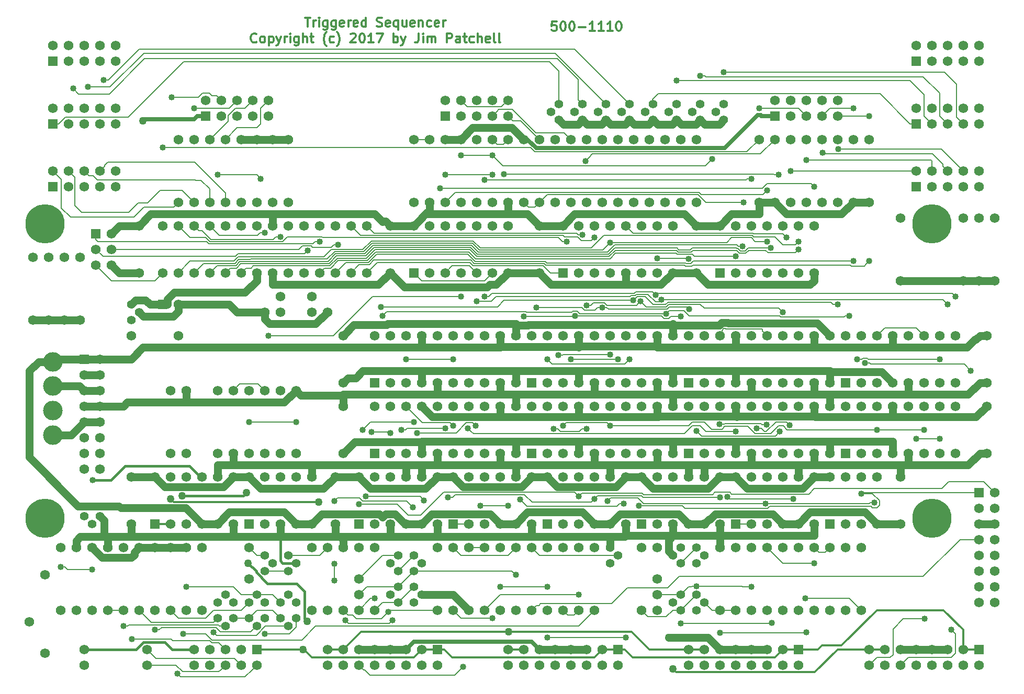
<source format=gtl>
G04 #@! TF.FileFunction,Copper,L1,Top,Signal*
%FSLAX46Y46*%
G04 Gerber Fmt 4.6, Leading zero omitted, Abs format (unit mm)*
G04 Created by KiCad (PCBNEW 4.0.5) date 03/10/17 20:55:59*
%MOMM*%
%LPD*%
G01*
G04 APERTURE LIST*
%ADD10C,0.100000*%
%ADD11C,0.300000*%
%ADD12C,6.350000*%
%ADD13C,1.574800*%
%ADD14R,1.574800X1.574800*%
%ADD15C,1.397000*%
%ADD16C,3.175000*%
%ADD17C,1.270000*%
%ADD18C,1.016000*%
%ADD19C,1.270000*%
%ADD20C,0.635000*%
%ADD21C,0.381000*%
%ADD22C,0.177800*%
%ADD23C,0.304800*%
G04 APERTURE END LIST*
D10*
D11*
X145002859Y-29150571D02*
X144288573Y-29150571D01*
X144217144Y-29864857D01*
X144288573Y-29793429D01*
X144431430Y-29722000D01*
X144788573Y-29722000D01*
X144931430Y-29793429D01*
X145002859Y-29864857D01*
X145074287Y-30007714D01*
X145074287Y-30364857D01*
X145002859Y-30507714D01*
X144931430Y-30579143D01*
X144788573Y-30650571D01*
X144431430Y-30650571D01*
X144288573Y-30579143D01*
X144217144Y-30507714D01*
X146002858Y-29150571D02*
X146145715Y-29150571D01*
X146288572Y-29222000D01*
X146360001Y-29293429D01*
X146431430Y-29436286D01*
X146502858Y-29722000D01*
X146502858Y-30079143D01*
X146431430Y-30364857D01*
X146360001Y-30507714D01*
X146288572Y-30579143D01*
X146145715Y-30650571D01*
X146002858Y-30650571D01*
X145860001Y-30579143D01*
X145788572Y-30507714D01*
X145717144Y-30364857D01*
X145645715Y-30079143D01*
X145645715Y-29722000D01*
X145717144Y-29436286D01*
X145788572Y-29293429D01*
X145860001Y-29222000D01*
X146002858Y-29150571D01*
X147431429Y-29150571D02*
X147574286Y-29150571D01*
X147717143Y-29222000D01*
X147788572Y-29293429D01*
X147860001Y-29436286D01*
X147931429Y-29722000D01*
X147931429Y-30079143D01*
X147860001Y-30364857D01*
X147788572Y-30507714D01*
X147717143Y-30579143D01*
X147574286Y-30650571D01*
X147431429Y-30650571D01*
X147288572Y-30579143D01*
X147217143Y-30507714D01*
X147145715Y-30364857D01*
X147074286Y-30079143D01*
X147074286Y-29722000D01*
X147145715Y-29436286D01*
X147217143Y-29293429D01*
X147288572Y-29222000D01*
X147431429Y-29150571D01*
X148574286Y-30079143D02*
X149717143Y-30079143D01*
X151217143Y-30650571D02*
X150360000Y-30650571D01*
X150788572Y-30650571D02*
X150788572Y-29150571D01*
X150645715Y-29364857D01*
X150502857Y-29507714D01*
X150360000Y-29579143D01*
X152645714Y-30650571D02*
X151788571Y-30650571D01*
X152217143Y-30650571D02*
X152217143Y-29150571D01*
X152074286Y-29364857D01*
X151931428Y-29507714D01*
X151788571Y-29579143D01*
X154074285Y-30650571D02*
X153217142Y-30650571D01*
X153645714Y-30650571D02*
X153645714Y-29150571D01*
X153502857Y-29364857D01*
X153359999Y-29507714D01*
X153217142Y-29579143D01*
X155002856Y-29150571D02*
X155145713Y-29150571D01*
X155288570Y-29222000D01*
X155359999Y-29293429D01*
X155431428Y-29436286D01*
X155502856Y-29722000D01*
X155502856Y-30079143D01*
X155431428Y-30364857D01*
X155359999Y-30507714D01*
X155288570Y-30579143D01*
X155145713Y-30650571D01*
X155002856Y-30650571D01*
X154859999Y-30579143D01*
X154788570Y-30507714D01*
X154717142Y-30364857D01*
X154645713Y-30079143D01*
X154645713Y-29722000D01*
X154717142Y-29436286D01*
X154788570Y-29293429D01*
X154859999Y-29222000D01*
X155002856Y-29150571D01*
X104304144Y-28510571D02*
X105161287Y-28510571D01*
X104732716Y-30010571D02*
X104732716Y-28510571D01*
X105661287Y-30010571D02*
X105661287Y-29010571D01*
X105661287Y-29296286D02*
X105732715Y-29153429D01*
X105804144Y-29082000D01*
X105947001Y-29010571D01*
X106089858Y-29010571D01*
X106589858Y-30010571D02*
X106589858Y-29010571D01*
X106589858Y-28510571D02*
X106518429Y-28582000D01*
X106589858Y-28653429D01*
X106661286Y-28582000D01*
X106589858Y-28510571D01*
X106589858Y-28653429D01*
X107947001Y-29010571D02*
X107947001Y-30224857D01*
X107875572Y-30367714D01*
X107804144Y-30439143D01*
X107661287Y-30510571D01*
X107447001Y-30510571D01*
X107304144Y-30439143D01*
X107947001Y-29939143D02*
X107804144Y-30010571D01*
X107518430Y-30010571D01*
X107375572Y-29939143D01*
X107304144Y-29867714D01*
X107232715Y-29724857D01*
X107232715Y-29296286D01*
X107304144Y-29153429D01*
X107375572Y-29082000D01*
X107518430Y-29010571D01*
X107804144Y-29010571D01*
X107947001Y-29082000D01*
X109304144Y-29010571D02*
X109304144Y-30224857D01*
X109232715Y-30367714D01*
X109161287Y-30439143D01*
X109018430Y-30510571D01*
X108804144Y-30510571D01*
X108661287Y-30439143D01*
X109304144Y-29939143D02*
X109161287Y-30010571D01*
X108875573Y-30010571D01*
X108732715Y-29939143D01*
X108661287Y-29867714D01*
X108589858Y-29724857D01*
X108589858Y-29296286D01*
X108661287Y-29153429D01*
X108732715Y-29082000D01*
X108875573Y-29010571D01*
X109161287Y-29010571D01*
X109304144Y-29082000D01*
X110589858Y-29939143D02*
X110447001Y-30010571D01*
X110161287Y-30010571D01*
X110018430Y-29939143D01*
X109947001Y-29796286D01*
X109947001Y-29224857D01*
X110018430Y-29082000D01*
X110161287Y-29010571D01*
X110447001Y-29010571D01*
X110589858Y-29082000D01*
X110661287Y-29224857D01*
X110661287Y-29367714D01*
X109947001Y-29510571D01*
X111304144Y-30010571D02*
X111304144Y-29010571D01*
X111304144Y-29296286D02*
X111375572Y-29153429D01*
X111447001Y-29082000D01*
X111589858Y-29010571D01*
X111732715Y-29010571D01*
X112804143Y-29939143D02*
X112661286Y-30010571D01*
X112375572Y-30010571D01*
X112232715Y-29939143D01*
X112161286Y-29796286D01*
X112161286Y-29224857D01*
X112232715Y-29082000D01*
X112375572Y-29010571D01*
X112661286Y-29010571D01*
X112804143Y-29082000D01*
X112875572Y-29224857D01*
X112875572Y-29367714D01*
X112161286Y-29510571D01*
X114161286Y-30010571D02*
X114161286Y-28510571D01*
X114161286Y-29939143D02*
X114018429Y-30010571D01*
X113732715Y-30010571D01*
X113589857Y-29939143D01*
X113518429Y-29867714D01*
X113447000Y-29724857D01*
X113447000Y-29296286D01*
X113518429Y-29153429D01*
X113589857Y-29082000D01*
X113732715Y-29010571D01*
X114018429Y-29010571D01*
X114161286Y-29082000D01*
X115947000Y-29939143D02*
X116161286Y-30010571D01*
X116518429Y-30010571D01*
X116661286Y-29939143D01*
X116732715Y-29867714D01*
X116804143Y-29724857D01*
X116804143Y-29582000D01*
X116732715Y-29439143D01*
X116661286Y-29367714D01*
X116518429Y-29296286D01*
X116232715Y-29224857D01*
X116089857Y-29153429D01*
X116018429Y-29082000D01*
X115947000Y-28939143D01*
X115947000Y-28796286D01*
X116018429Y-28653429D01*
X116089857Y-28582000D01*
X116232715Y-28510571D01*
X116589857Y-28510571D01*
X116804143Y-28582000D01*
X118018428Y-29939143D02*
X117875571Y-30010571D01*
X117589857Y-30010571D01*
X117447000Y-29939143D01*
X117375571Y-29796286D01*
X117375571Y-29224857D01*
X117447000Y-29082000D01*
X117589857Y-29010571D01*
X117875571Y-29010571D01*
X118018428Y-29082000D01*
X118089857Y-29224857D01*
X118089857Y-29367714D01*
X117375571Y-29510571D01*
X119375571Y-29010571D02*
X119375571Y-30510571D01*
X119375571Y-29939143D02*
X119232714Y-30010571D01*
X118947000Y-30010571D01*
X118804142Y-29939143D01*
X118732714Y-29867714D01*
X118661285Y-29724857D01*
X118661285Y-29296286D01*
X118732714Y-29153429D01*
X118804142Y-29082000D01*
X118947000Y-29010571D01*
X119232714Y-29010571D01*
X119375571Y-29082000D01*
X120732714Y-29010571D02*
X120732714Y-30010571D01*
X120089857Y-29010571D02*
X120089857Y-29796286D01*
X120161285Y-29939143D01*
X120304143Y-30010571D01*
X120518428Y-30010571D01*
X120661285Y-29939143D01*
X120732714Y-29867714D01*
X122018428Y-29939143D02*
X121875571Y-30010571D01*
X121589857Y-30010571D01*
X121447000Y-29939143D01*
X121375571Y-29796286D01*
X121375571Y-29224857D01*
X121447000Y-29082000D01*
X121589857Y-29010571D01*
X121875571Y-29010571D01*
X122018428Y-29082000D01*
X122089857Y-29224857D01*
X122089857Y-29367714D01*
X121375571Y-29510571D01*
X122732714Y-29010571D02*
X122732714Y-30010571D01*
X122732714Y-29153429D02*
X122804142Y-29082000D01*
X122947000Y-29010571D01*
X123161285Y-29010571D01*
X123304142Y-29082000D01*
X123375571Y-29224857D01*
X123375571Y-30010571D01*
X124732714Y-29939143D02*
X124589857Y-30010571D01*
X124304143Y-30010571D01*
X124161285Y-29939143D01*
X124089857Y-29867714D01*
X124018428Y-29724857D01*
X124018428Y-29296286D01*
X124089857Y-29153429D01*
X124161285Y-29082000D01*
X124304143Y-29010571D01*
X124589857Y-29010571D01*
X124732714Y-29082000D01*
X125946999Y-29939143D02*
X125804142Y-30010571D01*
X125518428Y-30010571D01*
X125375571Y-29939143D01*
X125304142Y-29796286D01*
X125304142Y-29224857D01*
X125375571Y-29082000D01*
X125518428Y-29010571D01*
X125804142Y-29010571D01*
X125946999Y-29082000D01*
X126018428Y-29224857D01*
X126018428Y-29367714D01*
X125304142Y-29510571D01*
X126661285Y-30010571D02*
X126661285Y-29010571D01*
X126661285Y-29296286D02*
X126732713Y-29153429D01*
X126804142Y-29082000D01*
X126946999Y-29010571D01*
X127089856Y-29010571D01*
X96482716Y-32417714D02*
X96411287Y-32489143D01*
X96197001Y-32560571D01*
X96054144Y-32560571D01*
X95839859Y-32489143D01*
X95697001Y-32346286D01*
X95625573Y-32203429D01*
X95554144Y-31917714D01*
X95554144Y-31703429D01*
X95625573Y-31417714D01*
X95697001Y-31274857D01*
X95839859Y-31132000D01*
X96054144Y-31060571D01*
X96197001Y-31060571D01*
X96411287Y-31132000D01*
X96482716Y-31203429D01*
X97339859Y-32560571D02*
X97197001Y-32489143D01*
X97125573Y-32417714D01*
X97054144Y-32274857D01*
X97054144Y-31846286D01*
X97125573Y-31703429D01*
X97197001Y-31632000D01*
X97339859Y-31560571D01*
X97554144Y-31560571D01*
X97697001Y-31632000D01*
X97768430Y-31703429D01*
X97839859Y-31846286D01*
X97839859Y-32274857D01*
X97768430Y-32417714D01*
X97697001Y-32489143D01*
X97554144Y-32560571D01*
X97339859Y-32560571D01*
X98482716Y-31560571D02*
X98482716Y-33060571D01*
X98482716Y-31632000D02*
X98625573Y-31560571D01*
X98911287Y-31560571D01*
X99054144Y-31632000D01*
X99125573Y-31703429D01*
X99197002Y-31846286D01*
X99197002Y-32274857D01*
X99125573Y-32417714D01*
X99054144Y-32489143D01*
X98911287Y-32560571D01*
X98625573Y-32560571D01*
X98482716Y-32489143D01*
X99697002Y-31560571D02*
X100054145Y-32560571D01*
X100411287Y-31560571D02*
X100054145Y-32560571D01*
X99911287Y-32917714D01*
X99839859Y-32989143D01*
X99697002Y-33060571D01*
X100982716Y-32560571D02*
X100982716Y-31560571D01*
X100982716Y-31846286D02*
X101054144Y-31703429D01*
X101125573Y-31632000D01*
X101268430Y-31560571D01*
X101411287Y-31560571D01*
X101911287Y-32560571D02*
X101911287Y-31560571D01*
X101911287Y-31060571D02*
X101839858Y-31132000D01*
X101911287Y-31203429D01*
X101982715Y-31132000D01*
X101911287Y-31060571D01*
X101911287Y-31203429D01*
X103268430Y-31560571D02*
X103268430Y-32774857D01*
X103197001Y-32917714D01*
X103125573Y-32989143D01*
X102982716Y-33060571D01*
X102768430Y-33060571D01*
X102625573Y-32989143D01*
X103268430Y-32489143D02*
X103125573Y-32560571D01*
X102839859Y-32560571D01*
X102697001Y-32489143D01*
X102625573Y-32417714D01*
X102554144Y-32274857D01*
X102554144Y-31846286D01*
X102625573Y-31703429D01*
X102697001Y-31632000D01*
X102839859Y-31560571D01*
X103125573Y-31560571D01*
X103268430Y-31632000D01*
X103982716Y-32560571D02*
X103982716Y-31060571D01*
X104625573Y-32560571D02*
X104625573Y-31774857D01*
X104554144Y-31632000D01*
X104411287Y-31560571D01*
X104197002Y-31560571D01*
X104054144Y-31632000D01*
X103982716Y-31703429D01*
X105125573Y-31560571D02*
X105697002Y-31560571D01*
X105339859Y-31060571D02*
X105339859Y-32346286D01*
X105411287Y-32489143D01*
X105554145Y-32560571D01*
X105697002Y-32560571D01*
X107768430Y-33132000D02*
X107697002Y-33060571D01*
X107554145Y-32846286D01*
X107482716Y-32703429D01*
X107411287Y-32489143D01*
X107339859Y-32132000D01*
X107339859Y-31846286D01*
X107411287Y-31489143D01*
X107482716Y-31274857D01*
X107554145Y-31132000D01*
X107697002Y-30917714D01*
X107768430Y-30846286D01*
X108982716Y-32489143D02*
X108839859Y-32560571D01*
X108554145Y-32560571D01*
X108411287Y-32489143D01*
X108339859Y-32417714D01*
X108268430Y-32274857D01*
X108268430Y-31846286D01*
X108339859Y-31703429D01*
X108411287Y-31632000D01*
X108554145Y-31560571D01*
X108839859Y-31560571D01*
X108982716Y-31632000D01*
X109482716Y-33132000D02*
X109554144Y-33060571D01*
X109697001Y-32846286D01*
X109768430Y-32703429D01*
X109839859Y-32489143D01*
X109911287Y-32132000D01*
X109911287Y-31846286D01*
X109839859Y-31489143D01*
X109768430Y-31274857D01*
X109697001Y-31132000D01*
X109554144Y-30917714D01*
X109482716Y-30846286D01*
X111697001Y-31203429D02*
X111768430Y-31132000D01*
X111911287Y-31060571D01*
X112268430Y-31060571D01*
X112411287Y-31132000D01*
X112482716Y-31203429D01*
X112554144Y-31346286D01*
X112554144Y-31489143D01*
X112482716Y-31703429D01*
X111625573Y-32560571D01*
X112554144Y-32560571D01*
X113482715Y-31060571D02*
X113625572Y-31060571D01*
X113768429Y-31132000D01*
X113839858Y-31203429D01*
X113911287Y-31346286D01*
X113982715Y-31632000D01*
X113982715Y-31989143D01*
X113911287Y-32274857D01*
X113839858Y-32417714D01*
X113768429Y-32489143D01*
X113625572Y-32560571D01*
X113482715Y-32560571D01*
X113339858Y-32489143D01*
X113268429Y-32417714D01*
X113197001Y-32274857D01*
X113125572Y-31989143D01*
X113125572Y-31632000D01*
X113197001Y-31346286D01*
X113268429Y-31203429D01*
X113339858Y-31132000D01*
X113482715Y-31060571D01*
X115411286Y-32560571D02*
X114554143Y-32560571D01*
X114982715Y-32560571D02*
X114982715Y-31060571D01*
X114839858Y-31274857D01*
X114697000Y-31417714D01*
X114554143Y-31489143D01*
X115911286Y-31060571D02*
X116911286Y-31060571D01*
X116268429Y-32560571D01*
X118625571Y-32560571D02*
X118625571Y-31060571D01*
X118625571Y-31632000D02*
X118768428Y-31560571D01*
X119054142Y-31560571D01*
X119196999Y-31632000D01*
X119268428Y-31703429D01*
X119339857Y-31846286D01*
X119339857Y-32274857D01*
X119268428Y-32417714D01*
X119196999Y-32489143D01*
X119054142Y-32560571D01*
X118768428Y-32560571D01*
X118625571Y-32489143D01*
X119839857Y-31560571D02*
X120197000Y-32560571D01*
X120554142Y-31560571D02*
X120197000Y-32560571D01*
X120054142Y-32917714D01*
X119982714Y-32989143D01*
X119839857Y-33060571D01*
X122696999Y-31060571D02*
X122696999Y-32132000D01*
X122625571Y-32346286D01*
X122482714Y-32489143D01*
X122268428Y-32560571D01*
X122125571Y-32560571D01*
X123411285Y-32560571D02*
X123411285Y-31560571D01*
X123411285Y-31060571D02*
X123339856Y-31132000D01*
X123411285Y-31203429D01*
X123482713Y-31132000D01*
X123411285Y-31060571D01*
X123411285Y-31203429D01*
X124125571Y-32560571D02*
X124125571Y-31560571D01*
X124125571Y-31703429D02*
X124196999Y-31632000D01*
X124339857Y-31560571D01*
X124554142Y-31560571D01*
X124696999Y-31632000D01*
X124768428Y-31774857D01*
X124768428Y-32560571D01*
X124768428Y-31774857D02*
X124839857Y-31632000D01*
X124982714Y-31560571D01*
X125196999Y-31560571D01*
X125339857Y-31632000D01*
X125411285Y-31774857D01*
X125411285Y-32560571D01*
X127268428Y-32560571D02*
X127268428Y-31060571D01*
X127839856Y-31060571D01*
X127982714Y-31132000D01*
X128054142Y-31203429D01*
X128125571Y-31346286D01*
X128125571Y-31560571D01*
X128054142Y-31703429D01*
X127982714Y-31774857D01*
X127839856Y-31846286D01*
X127268428Y-31846286D01*
X129411285Y-32560571D02*
X129411285Y-31774857D01*
X129339856Y-31632000D01*
X129196999Y-31560571D01*
X128911285Y-31560571D01*
X128768428Y-31632000D01*
X129411285Y-32489143D02*
X129268428Y-32560571D01*
X128911285Y-32560571D01*
X128768428Y-32489143D01*
X128696999Y-32346286D01*
X128696999Y-32203429D01*
X128768428Y-32060571D01*
X128911285Y-31989143D01*
X129268428Y-31989143D01*
X129411285Y-31917714D01*
X129911285Y-31560571D02*
X130482714Y-31560571D01*
X130125571Y-31060571D02*
X130125571Y-32346286D01*
X130196999Y-32489143D01*
X130339857Y-32560571D01*
X130482714Y-32560571D01*
X131625571Y-32489143D02*
X131482714Y-32560571D01*
X131197000Y-32560571D01*
X131054142Y-32489143D01*
X130982714Y-32417714D01*
X130911285Y-32274857D01*
X130911285Y-31846286D01*
X130982714Y-31703429D01*
X131054142Y-31632000D01*
X131197000Y-31560571D01*
X131482714Y-31560571D01*
X131625571Y-31632000D01*
X132268428Y-32560571D02*
X132268428Y-31060571D01*
X132911285Y-32560571D02*
X132911285Y-31774857D01*
X132839856Y-31632000D01*
X132696999Y-31560571D01*
X132482714Y-31560571D01*
X132339856Y-31632000D01*
X132268428Y-31703429D01*
X134196999Y-32489143D02*
X134054142Y-32560571D01*
X133768428Y-32560571D01*
X133625571Y-32489143D01*
X133554142Y-32346286D01*
X133554142Y-31774857D01*
X133625571Y-31632000D01*
X133768428Y-31560571D01*
X134054142Y-31560571D01*
X134196999Y-31632000D01*
X134268428Y-31774857D01*
X134268428Y-31917714D01*
X133554142Y-32060571D01*
X135125571Y-32560571D02*
X134982713Y-32489143D01*
X134911285Y-32346286D01*
X134911285Y-31060571D01*
X135911285Y-32560571D02*
X135768427Y-32489143D01*
X135696999Y-32346286D01*
X135696999Y-31060571D01*
D12*
X205740000Y-61912500D03*
X205740000Y-109537500D03*
X62242700Y-109537500D03*
D13*
X77470000Y-62230000D03*
X77470000Y-69850000D03*
X105410000Y-76200000D03*
X107950000Y-76200000D03*
X118110000Y-62230000D03*
X118110000Y-69850000D03*
X142240000Y-62230000D03*
X142240000Y-69850000D03*
X76200000Y-80010000D03*
X83820000Y-80010000D03*
X113030000Y-121920000D03*
X113030000Y-124460000D03*
X113030000Y-119380000D03*
X113030000Y-114300000D03*
X140970000Y-102870000D03*
X140970000Y-110490000D03*
X125730000Y-102870000D03*
X125730000Y-110490000D03*
X109220000Y-102870000D03*
X109220000Y-110490000D03*
X153670000Y-110490000D03*
X153670000Y-102870000D03*
X138430000Y-110490000D03*
X138430000Y-102870000D03*
X123190000Y-110490000D03*
X123190000Y-102870000D03*
X161290000Y-121920000D03*
X161290000Y-124460000D03*
X161290000Y-119380000D03*
X161290000Y-114300000D03*
X186690000Y-102870000D03*
X186690000Y-110490000D03*
X171450000Y-102870000D03*
X171450000Y-110490000D03*
X156210000Y-102870000D03*
X156210000Y-110490000D03*
X200660000Y-110490000D03*
X200660000Y-102870000D03*
X184150000Y-110490000D03*
X184150000Y-102870000D03*
X168910000Y-110490000D03*
X168910000Y-102870000D03*
X95250000Y-119380000D03*
X95250000Y-114300000D03*
X92710000Y-102870000D03*
X92710000Y-110490000D03*
X105410000Y-110490000D03*
X105410000Y-102870000D03*
X76200000Y-102870000D03*
X76200000Y-110490000D03*
X90170000Y-110490000D03*
X90170000Y-102870000D03*
X167640000Y-62230000D03*
X167640000Y-69850000D03*
X137160000Y-58420000D03*
X137160000Y-48260000D03*
X129540000Y-58420000D03*
X129540000Y-48260000D03*
X144780000Y-58420000D03*
X144780000Y-48260000D03*
X139700000Y-58420000D03*
X139700000Y-48260000D03*
X124460000Y-58420000D03*
X124460000Y-48260000D03*
X127000000Y-58420000D03*
X127000000Y-48260000D03*
X92710000Y-88900000D03*
X92710000Y-99060000D03*
X90170000Y-88900000D03*
X90170000Y-99060000D03*
X73025000Y-63500000D03*
D14*
X70485000Y-63500000D03*
D13*
X73025000Y-66040000D03*
X70485000Y-66040000D03*
X73025000Y-68580000D03*
X70485000Y-68580000D03*
D15*
X145415000Y-45085000D03*
X144145000Y-43815000D03*
X145415000Y-42545000D03*
X149225000Y-45085000D03*
X147955000Y-43815000D03*
X149225000Y-42545000D03*
X153035000Y-45085000D03*
X151765000Y-43815000D03*
X153035000Y-42545000D03*
X156845000Y-45085000D03*
X155575000Y-43815000D03*
X156845000Y-42545000D03*
X160655000Y-45085000D03*
X159385000Y-43815000D03*
X160655000Y-42545000D03*
X164465000Y-45085000D03*
X163195000Y-43815000D03*
X164465000Y-42545000D03*
X168275000Y-45085000D03*
X167005000Y-43815000D03*
X168275000Y-42545000D03*
X172085000Y-45085000D03*
X170815000Y-43815000D03*
X172085000Y-42545000D03*
X123190000Y-116840000D03*
X121920000Y-118110000D03*
X121920000Y-115570000D03*
X119380000Y-115570000D03*
X119380000Y-118110000D03*
X118110000Y-116840000D03*
X118110000Y-121920000D03*
X119380000Y-120650000D03*
X119380000Y-123190000D03*
X121920000Y-123190000D03*
X121920000Y-120650000D03*
X123190000Y-121920000D03*
X163830000Y-123190000D03*
X165100000Y-121920000D03*
X165100000Y-124460000D03*
X167640000Y-124460000D03*
X167640000Y-121920000D03*
X168910000Y-123190000D03*
X168910000Y-115570000D03*
X167640000Y-116840000D03*
X167640000Y-114300000D03*
X165100000Y-114300000D03*
X165100000Y-116840000D03*
X163830000Y-115570000D03*
D13*
X132080000Y-48260000D03*
X132080000Y-58420000D03*
X147320000Y-48260000D03*
X147320000Y-58420000D03*
X83820000Y-58420000D03*
X83820000Y-48260000D03*
X86360000Y-58420000D03*
X86360000Y-48260000D03*
X88900000Y-58420000D03*
X88900000Y-48260000D03*
X91440000Y-58420000D03*
X91440000Y-48260000D03*
X182880000Y-58420000D03*
X182880000Y-48260000D03*
X185420000Y-58420000D03*
X185420000Y-48260000D03*
X187960000Y-58420000D03*
X187960000Y-48260000D03*
X190500000Y-58420000D03*
X190500000Y-48260000D03*
X60325000Y-67310000D03*
X60325000Y-77470000D03*
X62865000Y-67310000D03*
X62865000Y-77470000D03*
X65405000Y-67310000D03*
X65405000Y-77470000D03*
X67945000Y-67310000D03*
X67945000Y-77470000D03*
X200660000Y-60960000D03*
X200660000Y-71120000D03*
X210820000Y-60960000D03*
X210820000Y-71120000D03*
X213360000Y-60960000D03*
X213360000Y-71120000D03*
X215900000Y-60960000D03*
X215900000Y-71120000D03*
X134620000Y-58420000D03*
X134620000Y-48260000D03*
X142240000Y-48260000D03*
X142240000Y-58420000D03*
X121920000Y-58420000D03*
X121920000Y-48260000D03*
X96520000Y-58420000D03*
X96520000Y-48260000D03*
X93980000Y-58420000D03*
X93980000Y-48260000D03*
X99060000Y-58420000D03*
X99060000Y-48260000D03*
X101600000Y-58420000D03*
X101600000Y-48260000D03*
X180340000Y-48260000D03*
X180340000Y-58420000D03*
X177800000Y-48260000D03*
X177800000Y-58420000D03*
X193040000Y-48260000D03*
X193040000Y-58420000D03*
X195580000Y-48260000D03*
X195580000Y-58420000D03*
X149860000Y-58420000D03*
X149860000Y-48260000D03*
X152400000Y-58420000D03*
X152400000Y-48260000D03*
X154940000Y-58420000D03*
X154940000Y-48260000D03*
X157480000Y-58420000D03*
X157480000Y-48260000D03*
X160020000Y-58420000D03*
X160020000Y-48260000D03*
X162560000Y-58420000D03*
X162560000Y-48260000D03*
X165100000Y-58420000D03*
X165100000Y-48260000D03*
X167640000Y-58420000D03*
X167640000Y-48260000D03*
X146050000Y-124460000D03*
X146050000Y-114300000D03*
X148590000Y-114300000D03*
X148590000Y-124460000D03*
X143510000Y-114300000D03*
X143510000Y-124460000D03*
X135890000Y-114300000D03*
X135890000Y-124460000D03*
X133350000Y-114300000D03*
X133350000Y-124460000D03*
X130810000Y-124460000D03*
X130810000Y-114300000D03*
X128270000Y-114300000D03*
X128270000Y-124460000D03*
X138430000Y-124460000D03*
X138430000Y-114300000D03*
X115570000Y-124460000D03*
X115570000Y-114300000D03*
X125730000Y-124460000D03*
X125730000Y-114300000D03*
X110490000Y-124460000D03*
X110490000Y-114300000D03*
X191770000Y-124460000D03*
X191770000Y-114300000D03*
X194310000Y-124460000D03*
X194310000Y-114300000D03*
X189230000Y-114300000D03*
X189230000Y-124460000D03*
X186690000Y-124460000D03*
X186690000Y-114300000D03*
X184150000Y-124460000D03*
X184150000Y-114300000D03*
X181610000Y-124460000D03*
X181610000Y-114300000D03*
X179070000Y-124460000D03*
X179070000Y-114300000D03*
X176530000Y-124460000D03*
X176530000Y-114300000D03*
X158750000Y-124460000D03*
X158750000Y-114300000D03*
X173990000Y-124460000D03*
X173990000Y-114300000D03*
X171450000Y-124460000D03*
X171450000Y-114300000D03*
X64770000Y-114300000D03*
X64770000Y-124460000D03*
X67310000Y-124460000D03*
X67310000Y-114300000D03*
X69850000Y-114300000D03*
X69850000Y-124460000D03*
X74930000Y-124460000D03*
X74930000Y-114300000D03*
X72390000Y-114300000D03*
X72390000Y-124460000D03*
X78740000Y-130810000D03*
X68580000Y-130810000D03*
X78740000Y-133350000D03*
X68580000Y-133350000D03*
X151130000Y-114300000D03*
X151130000Y-124460000D03*
X77470000Y-124460000D03*
X77470000Y-114300000D03*
X85090000Y-99060000D03*
X85090000Y-88900000D03*
X80010000Y-124460000D03*
X80010000Y-114300000D03*
X140970000Y-124460000D03*
X140970000Y-114300000D03*
X82550000Y-88900000D03*
X82550000Y-99060000D03*
X82550000Y-124460000D03*
X82550000Y-114300000D03*
X105410000Y-124460000D03*
X105410000Y-114300000D03*
X87630000Y-124460000D03*
X87630000Y-114300000D03*
X85090000Y-124460000D03*
X85090000Y-114300000D03*
X100330000Y-99060000D03*
X100330000Y-88900000D03*
X95250000Y-88900000D03*
X95250000Y-99060000D03*
X107950000Y-124460000D03*
X107950000Y-114300000D03*
X102870000Y-99060000D03*
X102870000Y-88900000D03*
X97790000Y-88900000D03*
X97790000Y-99060000D03*
X81280000Y-62230000D03*
X81280000Y-69850000D03*
X83820000Y-62230000D03*
X83820000Y-69850000D03*
X86360000Y-62230000D03*
X86360000Y-69850000D03*
X88900000Y-62230000D03*
X88900000Y-69850000D03*
X91440000Y-62230000D03*
X91440000Y-69850000D03*
X93980000Y-62230000D03*
X93980000Y-69850000D03*
X96520000Y-62230000D03*
X96520000Y-69850000D03*
X99060000Y-62230000D03*
X99060000Y-69850000D03*
X101600000Y-62230000D03*
X101600000Y-69850000D03*
X104140000Y-62230000D03*
X104140000Y-69850000D03*
X106680000Y-62230000D03*
X106680000Y-69850000D03*
X109220000Y-62230000D03*
X109220000Y-69850000D03*
X111760000Y-62230000D03*
X111760000Y-69850000D03*
X114300000Y-62230000D03*
X114300000Y-69850000D03*
D15*
X76200000Y-74930000D03*
X77470000Y-76200000D03*
X76200000Y-77470000D03*
D14*
X143510000Y-110490000D03*
D13*
X146050000Y-110490000D03*
X148590000Y-110490000D03*
X151130000Y-110490000D03*
X151130000Y-102870000D03*
X148590000Y-102870000D03*
X146050000Y-102870000D03*
X143510000Y-102870000D03*
D14*
X128270000Y-110490000D03*
D13*
X130810000Y-110490000D03*
X133350000Y-110490000D03*
X135890000Y-110490000D03*
X135890000Y-102870000D03*
X133350000Y-102870000D03*
X130810000Y-102870000D03*
X128270000Y-102870000D03*
D14*
X113030000Y-110490000D03*
D13*
X115570000Y-110490000D03*
X118110000Y-110490000D03*
X120650000Y-110490000D03*
X120650000Y-102870000D03*
X118110000Y-102870000D03*
X115570000Y-102870000D03*
X113030000Y-102870000D03*
D14*
X189230000Y-110490000D03*
D13*
X191770000Y-110490000D03*
X194310000Y-110490000D03*
X196850000Y-110490000D03*
X196850000Y-102870000D03*
X194310000Y-102870000D03*
X191770000Y-102870000D03*
X189230000Y-102870000D03*
D14*
X173990000Y-110490000D03*
D13*
X176530000Y-110490000D03*
X179070000Y-110490000D03*
X181610000Y-110490000D03*
X181610000Y-102870000D03*
X179070000Y-102870000D03*
X176530000Y-102870000D03*
X173990000Y-102870000D03*
D14*
X158750000Y-110490000D03*
D13*
X161290000Y-110490000D03*
X163830000Y-110490000D03*
X166370000Y-110490000D03*
X166370000Y-102870000D03*
X163830000Y-102870000D03*
X161290000Y-102870000D03*
X158750000Y-102870000D03*
D15*
X71120000Y-109220000D03*
X69850000Y-110490000D03*
X68580000Y-109220000D03*
D13*
X100330000Y-73660000D03*
X105410000Y-73660000D03*
D12*
X62242700Y-61912500D03*
D16*
X63500000Y-96113600D03*
X63500000Y-92151200D03*
X63500000Y-88188800D03*
X63500000Y-84226400D03*
D14*
X68580000Y-83820000D03*
D13*
X71120000Y-83820000D03*
X68580000Y-86360000D03*
X71120000Y-86360000D03*
X68580000Y-88900000D03*
X71120000Y-88900000D03*
X68580000Y-91440000D03*
X71120000Y-91440000D03*
X68580000Y-93980000D03*
X71120000Y-93980000D03*
X68580000Y-96520000D03*
X71120000Y-96520000D03*
X68580000Y-99060000D03*
X71120000Y-99060000D03*
X68580000Y-101600000D03*
X71120000Y-101600000D03*
X100330000Y-76200000D03*
X97790000Y-76200000D03*
X138430000Y-99060000D03*
X138430000Y-91440000D03*
X110490000Y-99060000D03*
X110490000Y-91440000D03*
X161290000Y-91440000D03*
X161290000Y-99060000D03*
X135890000Y-91440000D03*
X135890000Y-99060000D03*
X189230000Y-99060000D03*
X189230000Y-91440000D03*
X163830000Y-99060000D03*
X163830000Y-91440000D03*
X214630000Y-91440000D03*
X214630000Y-99060000D03*
X186690000Y-91440000D03*
X186690000Y-99060000D03*
X189230000Y-87630000D03*
X189230000Y-80010000D03*
X163830000Y-87630000D03*
X163830000Y-80010000D03*
X214630000Y-80010000D03*
X214630000Y-87630000D03*
X186690000Y-80010000D03*
X186690000Y-87630000D03*
X138430000Y-87630000D03*
X138430000Y-80010000D03*
X110490000Y-87630000D03*
X110490000Y-80010000D03*
X161290000Y-80010000D03*
X161290000Y-87630000D03*
X135890000Y-80010000D03*
X135890000Y-87630000D03*
D14*
X213360000Y-105410000D03*
D13*
X215900000Y-105410000D03*
X213360000Y-107950000D03*
X215900000Y-107950000D03*
X213360000Y-110490000D03*
X215900000Y-110490000D03*
X213360000Y-113030000D03*
X215900000Y-113030000D03*
X213360000Y-115570000D03*
X215900000Y-115570000D03*
X213360000Y-118110000D03*
X215900000Y-118110000D03*
X213360000Y-120650000D03*
X215900000Y-120650000D03*
X213360000Y-123190000D03*
X215900000Y-123190000D03*
D14*
X154940000Y-130810000D03*
D13*
X154940000Y-133350000D03*
X152400000Y-130810000D03*
X152400000Y-133350000D03*
X149860000Y-130810000D03*
X149860000Y-133350000D03*
X147320000Y-130810000D03*
X147320000Y-133350000D03*
X144780000Y-130810000D03*
X144780000Y-133350000D03*
X142240000Y-130810000D03*
X142240000Y-133350000D03*
X139700000Y-130810000D03*
X139700000Y-133350000D03*
X137160000Y-130810000D03*
X137160000Y-133350000D03*
D14*
X213360000Y-130810000D03*
D13*
X213360000Y-133350000D03*
X210820000Y-130810000D03*
X210820000Y-133350000D03*
X208280000Y-130810000D03*
X208280000Y-133350000D03*
X205740000Y-130810000D03*
X205740000Y-133350000D03*
X203200000Y-130810000D03*
X203200000Y-133350000D03*
X200660000Y-130810000D03*
X200660000Y-133350000D03*
X198120000Y-130810000D03*
X198120000Y-133350000D03*
X195580000Y-130810000D03*
X195580000Y-133350000D03*
D14*
X184150000Y-130810000D03*
D13*
X184150000Y-133350000D03*
X181610000Y-130810000D03*
X181610000Y-133350000D03*
X179070000Y-130810000D03*
X179070000Y-133350000D03*
X176530000Y-130810000D03*
X176530000Y-133350000D03*
X173990000Y-130810000D03*
X173990000Y-133350000D03*
X171450000Y-130810000D03*
X171450000Y-133350000D03*
X168910000Y-130810000D03*
X168910000Y-133350000D03*
X166370000Y-130810000D03*
X166370000Y-133350000D03*
D14*
X125730000Y-130810000D03*
D13*
X125730000Y-133350000D03*
X123190000Y-130810000D03*
X123190000Y-133350000D03*
X120650000Y-130810000D03*
X120650000Y-133350000D03*
X118110000Y-130810000D03*
X118110000Y-133350000D03*
X115570000Y-130810000D03*
X115570000Y-133350000D03*
X113030000Y-130810000D03*
X113030000Y-133350000D03*
X110490000Y-130810000D03*
X110490000Y-133350000D03*
X107950000Y-130810000D03*
X107950000Y-133350000D03*
D15*
X91440000Y-127000000D03*
X90170000Y-125730000D03*
X92710000Y-125730000D03*
X92710000Y-123190000D03*
X90170000Y-123190000D03*
X91440000Y-121920000D03*
X101600000Y-127000000D03*
X100330000Y-125730000D03*
X102870000Y-125730000D03*
X102870000Y-123190000D03*
X100330000Y-123190000D03*
X101600000Y-121920000D03*
X96520000Y-127000000D03*
X95250000Y-125730000D03*
X97790000Y-125730000D03*
X97790000Y-123190000D03*
X95250000Y-123190000D03*
X96520000Y-121920000D03*
D14*
X80010000Y-110490000D03*
D13*
X82550000Y-110490000D03*
X85090000Y-110490000D03*
X87630000Y-110490000D03*
X87630000Y-102870000D03*
X85090000Y-102870000D03*
X82550000Y-102870000D03*
X80010000Y-102870000D03*
D14*
X95250000Y-110490000D03*
D13*
X97790000Y-110490000D03*
X100330000Y-110490000D03*
X102870000Y-110490000D03*
X102870000Y-102870000D03*
X100330000Y-102870000D03*
X97790000Y-102870000D03*
X95250000Y-102870000D03*
D15*
X153670000Y-114300000D03*
X154940000Y-115570000D03*
X153670000Y-116840000D03*
X97790000Y-115570000D03*
X99060000Y-116840000D03*
X97790000Y-118110000D03*
X101600000Y-115570000D03*
X102870000Y-116840000D03*
X101600000Y-118110000D03*
D13*
X83820000Y-74930000D03*
D14*
X81280000Y-74930000D03*
D13*
X140970000Y-80010000D03*
D14*
X140970000Y-87630000D03*
D13*
X143510000Y-80010000D03*
X143510000Y-87630000D03*
X146050000Y-80010000D03*
X146050000Y-87630000D03*
X148590000Y-80010000D03*
X148590000Y-87630000D03*
X151130000Y-80010000D03*
X151130000Y-87630000D03*
X153670000Y-80010000D03*
X153670000Y-87630000D03*
X156210000Y-80010000D03*
X156210000Y-87630000D03*
X158750000Y-80010000D03*
X158750000Y-87630000D03*
X146050000Y-62230000D03*
D14*
X146050000Y-69850000D03*
D13*
X148590000Y-62230000D03*
X148590000Y-69850000D03*
X151130000Y-62230000D03*
X151130000Y-69850000D03*
X153670000Y-62230000D03*
X153670000Y-69850000D03*
X156210000Y-62230000D03*
X156210000Y-69850000D03*
X158750000Y-62230000D03*
X158750000Y-69850000D03*
X161290000Y-62230000D03*
X161290000Y-69850000D03*
X163830000Y-62230000D03*
X163830000Y-69850000D03*
X115570000Y-91440000D03*
D14*
X115570000Y-99060000D03*
D13*
X118110000Y-91440000D03*
X118110000Y-99060000D03*
X120650000Y-91440000D03*
X120650000Y-99060000D03*
X123190000Y-91440000D03*
X123190000Y-99060000D03*
X125730000Y-91440000D03*
X125730000Y-99060000D03*
X128270000Y-91440000D03*
X128270000Y-99060000D03*
X130810000Y-91440000D03*
X130810000Y-99060000D03*
X133350000Y-91440000D03*
X133350000Y-99060000D03*
X191770000Y-80010000D03*
D14*
X191770000Y-87630000D03*
D13*
X194310000Y-80010000D03*
X194310000Y-87630000D03*
X196850000Y-80010000D03*
X196850000Y-87630000D03*
X199390000Y-80010000D03*
X199390000Y-87630000D03*
X201930000Y-80010000D03*
X201930000Y-87630000D03*
X204470000Y-80010000D03*
X204470000Y-87630000D03*
X207010000Y-80010000D03*
X207010000Y-87630000D03*
X209550000Y-80010000D03*
X209550000Y-87630000D03*
X166370000Y-80010000D03*
D14*
X166370000Y-87630000D03*
D13*
X168910000Y-80010000D03*
X168910000Y-87630000D03*
X171450000Y-80010000D03*
X171450000Y-87630000D03*
X173990000Y-80010000D03*
X173990000Y-87630000D03*
X176530000Y-80010000D03*
X176530000Y-87630000D03*
X179070000Y-80010000D03*
X179070000Y-87630000D03*
X181610000Y-80010000D03*
X181610000Y-87630000D03*
X184150000Y-80010000D03*
X184150000Y-87630000D03*
X115570000Y-80010000D03*
D14*
X115570000Y-87630000D03*
D13*
X118110000Y-80010000D03*
X118110000Y-87630000D03*
X120650000Y-80010000D03*
X120650000Y-87630000D03*
X123190000Y-80010000D03*
X123190000Y-87630000D03*
X125730000Y-80010000D03*
X125730000Y-87630000D03*
X128270000Y-80010000D03*
X128270000Y-87630000D03*
X130810000Y-80010000D03*
X130810000Y-87630000D03*
X133350000Y-80010000D03*
X133350000Y-87630000D03*
X166370000Y-91440000D03*
D14*
X166370000Y-99060000D03*
D13*
X168910000Y-91440000D03*
X168910000Y-99060000D03*
X171450000Y-91440000D03*
X171450000Y-99060000D03*
X173990000Y-91440000D03*
X173990000Y-99060000D03*
X176530000Y-91440000D03*
X176530000Y-99060000D03*
X179070000Y-91440000D03*
X179070000Y-99060000D03*
X181610000Y-91440000D03*
X181610000Y-99060000D03*
X184150000Y-91440000D03*
X184150000Y-99060000D03*
X140970000Y-91440000D03*
D14*
X140970000Y-99060000D03*
D13*
X143510000Y-91440000D03*
X143510000Y-99060000D03*
X146050000Y-91440000D03*
X146050000Y-99060000D03*
X148590000Y-91440000D03*
X148590000Y-99060000D03*
X151130000Y-91440000D03*
X151130000Y-99060000D03*
X153670000Y-91440000D03*
X153670000Y-99060000D03*
X156210000Y-91440000D03*
X156210000Y-99060000D03*
X158750000Y-91440000D03*
X158750000Y-99060000D03*
X191770000Y-91440000D03*
D14*
X191770000Y-99060000D03*
D13*
X194310000Y-91440000D03*
X194310000Y-99060000D03*
X196850000Y-91440000D03*
X196850000Y-99060000D03*
X199390000Y-91440000D03*
X199390000Y-99060000D03*
X201930000Y-91440000D03*
X201930000Y-99060000D03*
X204470000Y-91440000D03*
X204470000Y-99060000D03*
X207010000Y-91440000D03*
X207010000Y-99060000D03*
X209550000Y-91440000D03*
X209550000Y-99060000D03*
X121920000Y-62230000D03*
D14*
X121920000Y-69850000D03*
D13*
X124460000Y-62230000D03*
X124460000Y-69850000D03*
X127000000Y-62230000D03*
X127000000Y-69850000D03*
X129540000Y-62230000D03*
X129540000Y-69850000D03*
X132080000Y-62230000D03*
X132080000Y-69850000D03*
X134620000Y-62230000D03*
X134620000Y-69850000D03*
X137160000Y-62230000D03*
X137160000Y-69850000D03*
X171450000Y-62230000D03*
D14*
X171450000Y-69850000D03*
D13*
X173990000Y-62230000D03*
X173990000Y-69850000D03*
X176530000Y-62230000D03*
X176530000Y-69850000D03*
X179070000Y-62230000D03*
X179070000Y-69850000D03*
X181610000Y-62230000D03*
X181610000Y-69850000D03*
X184150000Y-62230000D03*
X184150000Y-69850000D03*
X186690000Y-62230000D03*
X186690000Y-69850000D03*
D14*
X96520000Y-130810000D03*
D13*
X96520000Y-133350000D03*
X93980000Y-130810000D03*
X93980000Y-133350000D03*
X91440000Y-130810000D03*
X91440000Y-133350000D03*
X88900000Y-130810000D03*
X88900000Y-133350000D03*
X86360000Y-130810000D03*
X86360000Y-133350000D03*
D14*
X127000000Y-44450000D03*
D13*
X127000000Y-41910000D03*
X129540000Y-44450000D03*
X129540000Y-41910000D03*
X132080000Y-44450000D03*
X132080000Y-41910000D03*
X134620000Y-44450000D03*
X134620000Y-41910000D03*
X137160000Y-44450000D03*
X137160000Y-41910000D03*
D14*
X180340000Y-44450000D03*
D13*
X180340000Y-41910000D03*
X182880000Y-44450000D03*
X182880000Y-41910000D03*
X185420000Y-44450000D03*
X185420000Y-41910000D03*
X187960000Y-44450000D03*
X187960000Y-41910000D03*
X190500000Y-44450000D03*
X190500000Y-41910000D03*
D14*
X88265000Y-44450000D03*
D13*
X88265000Y-41910000D03*
X90805000Y-44450000D03*
X90805000Y-41910000D03*
X93345000Y-44450000D03*
X93345000Y-41910000D03*
X95885000Y-44450000D03*
X95885000Y-41910000D03*
X98425000Y-44450000D03*
X98425000Y-41910000D03*
D14*
X203200000Y-35560000D03*
D13*
X203200000Y-33020000D03*
X205740000Y-35560000D03*
X205740000Y-33020000D03*
X208280000Y-35560000D03*
X208280000Y-33020000D03*
X210820000Y-35560000D03*
X210820000Y-33020000D03*
X213360000Y-35560000D03*
X213360000Y-33020000D03*
D14*
X63500000Y-35560000D03*
D13*
X63500000Y-33020000D03*
X66040000Y-35560000D03*
X66040000Y-33020000D03*
X68580000Y-35560000D03*
X68580000Y-33020000D03*
X71120000Y-35560000D03*
X71120000Y-33020000D03*
X73660000Y-35560000D03*
X73660000Y-33020000D03*
D14*
X203200000Y-55880000D03*
D13*
X203200000Y-53340000D03*
X205740000Y-55880000D03*
X205740000Y-53340000D03*
X208280000Y-55880000D03*
X208280000Y-53340000D03*
X210820000Y-55880000D03*
X210820000Y-53340000D03*
X213360000Y-55880000D03*
X213360000Y-53340000D03*
D14*
X63500000Y-55880000D03*
D13*
X63500000Y-53340000D03*
X66040000Y-55880000D03*
X66040000Y-53340000D03*
X68580000Y-55880000D03*
X68580000Y-53340000D03*
X71120000Y-55880000D03*
X71120000Y-53340000D03*
X73660000Y-55880000D03*
X73660000Y-53340000D03*
D14*
X203200000Y-45720000D03*
D13*
X203200000Y-43180000D03*
X205740000Y-45720000D03*
X205740000Y-43180000D03*
X208280000Y-45720000D03*
X208280000Y-43180000D03*
X210820000Y-45720000D03*
X210820000Y-43180000D03*
X213360000Y-45720000D03*
X213360000Y-43180000D03*
D14*
X63500000Y-45720000D03*
D13*
X63500000Y-43180000D03*
X66040000Y-45720000D03*
X66040000Y-43180000D03*
X68580000Y-45720000D03*
X68580000Y-43180000D03*
X71120000Y-45720000D03*
X71120000Y-43180000D03*
X73660000Y-45720000D03*
X73660000Y-43180000D03*
X62230000Y-131445000D03*
X59690000Y-126365000D03*
X62230000Y-118745000D03*
D17*
X104140000Y-60325000D03*
X160274000Y-60325000D03*
D18*
X90170000Y-73025000D03*
D17*
X78105000Y-45212000D03*
X163195000Y-128905000D03*
D18*
X138430000Y-118745000D03*
X115570000Y-122555000D03*
X113030000Y-107315000D03*
X148590363Y-106032290D03*
D17*
X73279000Y-107581699D03*
D18*
X176530000Y-120650000D03*
X167640000Y-120535697D03*
X158340932Y-107552089D03*
X194310000Y-105549710D03*
X170180000Y-51435000D03*
X129540000Y-50800000D03*
X134620000Y-50800000D03*
X175260000Y-58420000D03*
X179070000Y-56515000D03*
X129540000Y-73660000D03*
X98425000Y-80010000D03*
X66802000Y-40005000D03*
X69189633Y-39756648D03*
X71755000Y-38620679D03*
X164465000Y-38735000D03*
X168275000Y-37960290D03*
X172085000Y-37325290D03*
X182880000Y-53340000D03*
X185420000Y-51562000D03*
X188087000Y-50419000D03*
X190627000Y-49771290D03*
X106680000Y-64770000D03*
X109686280Y-65265290D03*
X104714547Y-66255932D03*
X117821366Y-124726759D03*
X82765845Y-41414710D03*
X86360000Y-43180000D03*
X134620000Y-53975000D03*
X127000000Y-53975000D03*
X97155000Y-54610000D03*
X90170000Y-53975000D03*
X97790000Y-63360290D03*
X100330000Y-63995290D03*
X149712604Y-51723034D03*
X146672291Y-64770000D03*
X81280000Y-49530000D03*
X177800000Y-43180000D03*
X193040000Y-67945000D03*
X193040000Y-43180000D03*
X195580000Y-67945000D03*
X195580000Y-44450000D03*
X148590000Y-121920000D03*
X135890000Y-120650000D03*
X143510000Y-120650000D03*
X137184814Y-107568997D03*
X132717103Y-107568997D03*
X134620000Y-125730000D03*
X185280320Y-122555000D03*
X186690000Y-116840000D03*
X69977000Y-103378000D03*
X69850000Y-117856000D03*
X64770000Y-117475000D03*
X74930000Y-127000000D03*
X76327000Y-129159000D03*
X84594710Y-128270000D03*
X89535000Y-128003289D03*
X97790000Y-128270000D03*
X80010000Y-127635000D03*
D17*
X104013000Y-130810000D03*
X104648000Y-126238000D03*
X95123000Y-116840000D03*
X94869000Y-105410000D03*
X84455000Y-105918011D03*
D18*
X85090000Y-120650000D03*
X102870000Y-93980000D03*
X95250000Y-93980000D03*
X121920000Y-93980000D03*
X113665000Y-95250000D03*
X174018159Y-67178334D03*
X175129610Y-65544710D03*
X133350000Y-54749710D03*
X176530000Y-54610000D03*
X179070000Y-64770000D03*
X153670000Y-64909712D03*
X179639026Y-65819475D03*
X136525000Y-53835290D03*
X180975000Y-53975000D03*
X184150000Y-64770000D03*
X184150000Y-66040000D03*
X126134697Y-56110303D03*
X186690000Y-55880000D03*
X151130000Y-64135000D03*
X149198036Y-63647429D03*
X165100000Y-76910846D03*
X147973402Y-76834989D03*
X139700000Y-76910846D03*
X181610000Y-76200000D03*
X158610290Y-74461467D03*
X149860000Y-75069679D03*
X166458448Y-75704710D03*
X152400000Y-75425290D03*
X141771467Y-75425290D03*
X182245000Y-64135000D03*
X157429218Y-74287521D03*
X190500000Y-74930000D03*
X116630848Y-75355848D03*
X161996808Y-74155290D03*
X132080000Y-74434679D03*
X208280000Y-74930000D03*
X166381067Y-67602152D03*
X161046149Y-73433186D03*
X133350000Y-73659969D03*
X209550000Y-73660000D03*
X161290000Y-67449710D03*
X162763664Y-76479387D03*
X192405000Y-76835000D03*
X116840000Y-76835000D03*
X171475421Y-106221714D03*
X127469472Y-106146622D03*
X151130000Y-106426000D03*
X128270000Y-94615000D03*
X171414157Y-94361003D03*
X178971965Y-94384521D03*
X130664773Y-94966833D03*
X128270000Y-83820000D03*
X120650000Y-83820000D03*
X173990000Y-95478580D03*
X146052894Y-94614356D03*
X153670000Y-94615000D03*
X204470000Y-95250000D03*
X196850000Y-95250000D03*
X178828710Y-107188365D03*
X196469000Y-107061000D03*
X153289000Y-106807000D03*
X153670000Y-83045290D03*
X145262601Y-83185000D03*
X139141189Y-106502233D03*
X155882477Y-107200710D03*
X156210000Y-128905000D03*
X143510000Y-128905000D03*
X207010000Y-96710500D03*
X203200000Y-96710500D03*
X204533500Y-125857000D03*
X208915000Y-127635000D03*
X177420698Y-95045092D03*
X182698431Y-94475290D03*
X179832000Y-126492000D03*
X165100000Y-126555500D03*
X185420000Y-128016000D03*
X171450000Y-128079500D03*
X110871000Y-126111000D03*
X118491000Y-126111000D03*
X118110000Y-95758000D03*
X115062000Y-95631000D03*
X109093000Y-119634000D03*
X109093000Y-116967000D03*
X109093000Y-106807000D03*
X121793000Y-107823000D03*
X122428000Y-95758000D03*
X131953000Y-94615000D03*
X129921000Y-133604000D03*
X149860000Y-95110290D03*
X144521985Y-95110290D03*
X143510000Y-83820000D03*
X156845000Y-83820000D03*
X154940000Y-83820000D03*
X147320000Y-83820000D03*
X193675000Y-83820000D03*
X207010000Y-83820000D03*
X194945000Y-84454987D03*
X212018743Y-85653743D03*
X167640000Y-95389710D03*
X181141803Y-95543803D03*
X172665641Y-106129177D03*
X183273710Y-106413290D03*
X127000000Y-94983290D03*
X119875290Y-95250000D03*
X114173000Y-106032290D03*
X123571000Y-106680000D03*
D17*
X82550000Y-106426000D03*
X106553000Y-106934000D03*
X163830000Y-133985000D03*
X137223500Y-127927110D03*
D18*
X83693000Y-134747000D03*
D19*
X99060000Y-60325000D02*
X104140000Y-60325000D01*
X104140000Y-60325000D02*
X115570000Y-60325000D01*
X90170000Y-73025000D02*
X94615000Y-73025000D01*
X147955000Y-60325000D02*
X160274000Y-60325000D01*
X160274000Y-60325000D02*
X165735000Y-60325000D01*
X141452601Y-61442601D02*
X142240000Y-62230000D01*
X140335000Y-60325000D02*
X141452601Y-61442601D01*
X137160000Y-60325000D02*
X140335000Y-60325000D01*
X96520000Y-48260000D02*
X93980000Y-48260000D01*
X99060000Y-48260000D02*
X96520000Y-48260000D01*
X101600000Y-48260000D02*
X99060000Y-48260000D01*
X168275000Y-45085000D02*
X168973499Y-45783499D01*
X168973499Y-45783499D02*
X171386501Y-45783499D01*
X171386501Y-45783499D02*
X172085000Y-45085000D01*
X164465000Y-45085000D02*
X165163499Y-45783499D01*
X165163499Y-45783499D02*
X167576501Y-45783499D01*
X167576501Y-45783499D02*
X168275000Y-45085000D01*
X160655000Y-45085000D02*
X161353499Y-45783499D01*
X161353499Y-45783499D02*
X163766501Y-45783499D01*
X163766501Y-45783499D02*
X164465000Y-45085000D01*
X156845000Y-45085000D02*
X157543499Y-45783499D01*
X157543499Y-45783499D02*
X159956501Y-45783499D01*
X159956501Y-45783499D02*
X160655000Y-45085000D01*
X153035000Y-45085000D02*
X153733499Y-45783499D01*
X153733499Y-45783499D02*
X156146501Y-45783499D01*
X156146501Y-45783499D02*
X156845000Y-45085000D01*
X149225000Y-45085000D02*
X149923499Y-45783499D01*
X149923499Y-45783499D02*
X152336501Y-45783499D01*
X152336501Y-45783499D02*
X153035000Y-45085000D01*
X148526501Y-45783499D02*
X149225000Y-45085000D01*
X145415000Y-45085000D02*
X146113499Y-45783499D01*
X146113499Y-45783499D02*
X148526501Y-45783499D01*
X96520000Y-69850000D02*
X96520000Y-71120000D01*
X96520000Y-71120000D02*
X94615000Y-73025000D01*
X94615000Y-73025000D02*
X83168742Y-73025000D01*
X83168742Y-73025000D02*
X82092799Y-74100943D01*
X82092799Y-74100943D02*
X82092799Y-74930000D01*
X82092799Y-74930000D02*
X81280000Y-74930000D01*
X193040000Y-58420000D02*
X191135000Y-60325000D01*
X191135000Y-60325000D02*
X182245000Y-60325000D01*
X182245000Y-60325000D02*
X180340000Y-58420000D01*
X195580000Y-58420000D02*
X193040000Y-58420000D01*
X177800000Y-58420000D02*
X180340000Y-58420000D01*
X177800000Y-60325000D02*
X177800000Y-58420000D01*
X173355000Y-60325000D02*
X177800000Y-60325000D01*
X171450000Y-62230000D02*
X173355000Y-60325000D01*
X167640000Y-62230000D02*
X171450000Y-62230000D01*
X146050000Y-62230000D02*
X147955000Y-60325000D01*
X165735000Y-60325000D02*
X167640000Y-62230000D01*
X142240000Y-62230000D02*
X146050000Y-62230000D01*
X137160000Y-60325000D02*
X137160000Y-58420000D01*
X123825000Y-60325000D02*
X122707399Y-61442601D01*
X124460000Y-59690000D02*
X123825000Y-60325000D01*
X123825000Y-60325000D02*
X137160000Y-60325000D01*
X124460000Y-58420000D02*
X124460000Y-59690000D01*
X122707399Y-61442601D02*
X121920000Y-62230000D01*
X118110000Y-62230000D02*
X121920000Y-62230000D01*
X116840000Y-61595000D02*
X116992399Y-61442601D01*
X116992399Y-61442601D02*
X117322601Y-61442601D01*
X117322601Y-61442601D02*
X118110000Y-62230000D01*
X115570000Y-60325000D02*
X116840000Y-61595000D01*
X99060000Y-60325000D02*
X99060000Y-62230000D01*
X79375000Y-60325000D02*
X99060000Y-60325000D01*
X77470000Y-62230000D02*
X79375000Y-60325000D01*
X76200000Y-74930000D02*
X76898499Y-74231501D01*
X76898499Y-74231501D02*
X78524101Y-74231501D01*
X78524101Y-74231501D02*
X79222600Y-74930000D01*
X79222600Y-74930000D02*
X81280000Y-74930000D01*
X73025000Y-63500000D02*
X74295000Y-62230000D01*
X74295000Y-62230000D02*
X77470000Y-62230000D01*
D20*
X178054000Y-44323000D02*
X178181000Y-44450000D01*
X178181000Y-44450000D02*
X180340000Y-44450000D01*
X177546000Y-44323000D02*
X178054000Y-44323000D01*
X172212000Y-49657000D02*
X177546000Y-44323000D01*
X141738602Y-49657000D02*
X172212000Y-49657000D01*
X139700000Y-48260000D02*
X140341602Y-48260000D01*
X140341602Y-48260000D02*
X141738602Y-49657000D01*
X78486000Y-44958000D02*
X78359000Y-44958000D01*
X78359000Y-44958000D02*
X78105000Y-45212000D01*
X86334600Y-44958000D02*
X78486000Y-44958000D01*
X88265000Y-44450000D02*
X86842600Y-44450000D01*
X86842600Y-44450000D02*
X86334600Y-44958000D01*
D21*
X100711000Y-116840000D02*
X100330000Y-116459000D01*
X100330000Y-116459000D02*
X100330000Y-112395000D01*
X102870000Y-116840000D02*
X100711000Y-116840000D01*
D20*
X142240000Y-130810000D02*
X140957299Y-129527299D01*
X121932701Y-129527299D02*
X120650000Y-130810000D01*
X140957299Y-129527299D02*
X121932701Y-129527299D01*
D19*
X163195000Y-128905000D02*
X169545000Y-128905000D01*
X169545000Y-128905000D02*
X171450000Y-130810000D01*
X123190000Y-121920000D02*
X128270000Y-121920000D01*
X128270000Y-121920000D02*
X130810000Y-124460000D01*
X188442601Y-79222601D02*
X189230000Y-80010000D01*
X172786523Y-78003389D02*
X187223389Y-78003389D01*
X172723023Y-77939889D02*
X172786523Y-78003389D01*
X171700979Y-77939889D02*
X172723023Y-77939889D01*
X171348389Y-78292479D02*
X171700979Y-77939889D01*
X187223389Y-78003389D02*
X188442601Y-79222601D01*
X163830000Y-78105000D02*
X164017479Y-78292479D01*
X164017479Y-78292479D02*
X171348389Y-78292479D01*
X186690000Y-89535000D02*
X176530000Y-89535000D01*
X118110000Y-130810000D02*
X120650000Y-130810000D01*
X115570000Y-130810000D02*
X118110000Y-130810000D01*
X113030000Y-130810000D02*
X115570000Y-130810000D01*
X144780000Y-130810000D02*
X142240000Y-130810000D01*
X147320000Y-130810000D02*
X144780000Y-130810000D01*
X149860000Y-130810000D02*
X147320000Y-130810000D01*
X203200000Y-130810000D02*
X200660000Y-130810000D01*
X205740000Y-130810000D02*
X203200000Y-130810000D01*
X208280000Y-130810000D02*
X205740000Y-130810000D01*
X173990000Y-130810000D02*
X171450000Y-130810000D01*
X176530000Y-130810000D02*
X173990000Y-130810000D01*
X179070000Y-130810000D02*
X176530000Y-130810000D01*
X215900000Y-110490000D02*
X213360000Y-110490000D01*
X140394946Y-78358648D02*
X140470795Y-78282799D01*
X163652201Y-78282799D02*
X163830000Y-78105000D01*
X138430000Y-78105000D02*
X138683648Y-78358648D01*
X140470795Y-78282799D02*
X163652201Y-78282799D01*
X138683648Y-78358648D02*
X140394946Y-78358648D01*
X117534945Y-78282801D02*
X117712746Y-78105000D01*
X117712746Y-78105000D02*
X138430000Y-78105000D01*
X112217201Y-78282799D02*
X116145053Y-78282799D01*
X110490000Y-80010000D02*
X112217201Y-78282799D01*
X116145055Y-78282801D02*
X117534945Y-78282801D01*
X116145053Y-78282799D02*
X116145055Y-78282801D01*
X133776106Y-72148710D02*
X120408710Y-72148710D01*
X135255000Y-71755000D02*
X134169816Y-71755000D01*
X134169816Y-71755000D02*
X133776106Y-72148710D01*
X137160000Y-69850000D02*
X135255000Y-71755000D01*
X120408710Y-72148710D02*
X118897399Y-70637399D01*
X118897399Y-70637399D02*
X118110000Y-69850000D01*
X131445000Y-46355000D02*
X137795000Y-46355000D01*
X137795000Y-46355000D02*
X139700000Y-48260000D01*
X129540000Y-48260000D02*
X131445000Y-46355000D01*
X127000000Y-48260000D02*
X129540000Y-48260000D01*
X186690000Y-112395000D02*
X186690000Y-110490000D01*
X171450000Y-112395000D02*
X186690000Y-112395000D01*
X171450000Y-112395000D02*
X171450000Y-110490000D01*
X171450000Y-112395000D02*
X171450000Y-114300000D01*
X163830000Y-112395000D02*
X171450000Y-112395000D01*
X163830000Y-115570000D02*
X163131501Y-114871501D01*
X163131501Y-114871501D02*
X163131501Y-113093499D01*
X163131501Y-113093499D02*
X163830000Y-112395000D01*
X163830000Y-112395000D02*
X163830000Y-110490000D01*
X156210000Y-112395000D02*
X163830000Y-112395000D01*
X156210000Y-112395000D02*
X156210000Y-110490000D01*
X156032201Y-112572799D02*
X156210000Y-112395000D01*
X153492201Y-112572799D02*
X156032201Y-112572799D01*
X153492201Y-112572799D02*
X153670000Y-112750598D01*
X153670000Y-112750598D02*
X153670000Y-114300000D01*
X140792201Y-112572799D02*
X153492201Y-112572799D01*
X140792201Y-112572799D02*
X140970000Y-112395000D01*
X140970000Y-112395000D02*
X140970000Y-111603551D01*
X140970000Y-111603551D02*
X140970000Y-110490000D01*
X125552201Y-112572799D02*
X140792201Y-112572799D01*
X125552201Y-112572799D02*
X125730000Y-112395000D01*
X125730000Y-112395000D02*
X125730000Y-110490000D01*
X117932201Y-112572799D02*
X125552201Y-112572799D01*
X117932201Y-112572799D02*
X118110000Y-112395000D01*
X118110000Y-112395000D02*
X118110000Y-110490000D01*
X110032799Y-112572799D02*
X117932201Y-112572799D01*
X110032799Y-112572799D02*
X110490000Y-113030000D01*
X110490000Y-113030000D02*
X110490000Y-114300000D01*
X109042201Y-112572799D02*
X110032799Y-112572799D01*
X109042201Y-112572799D02*
X109220000Y-112395000D01*
X109220000Y-112395000D02*
X109220000Y-110490000D01*
X100152201Y-112572799D02*
X109042201Y-112572799D01*
X100152201Y-112572799D02*
X100330000Y-112395000D01*
X100330000Y-112395000D02*
X100330000Y-110490000D01*
X92532201Y-112572799D02*
X100152201Y-112572799D01*
X92532201Y-112572799D02*
X92710000Y-112395000D01*
X92710000Y-112395000D02*
X92710000Y-110490000D01*
X76022201Y-112572799D02*
X92532201Y-112572799D01*
X76022201Y-112572799D02*
X76200000Y-112395000D01*
X76200000Y-112395000D02*
X76200000Y-110490000D01*
X72212201Y-112572799D02*
X76022201Y-112572799D01*
X71120000Y-109220000D02*
X71818499Y-109918499D01*
X71818499Y-109918499D02*
X71818499Y-112179097D01*
X71818499Y-112179097D02*
X72212201Y-112572799D01*
X72212201Y-112572799D02*
X72390000Y-112750598D01*
X72390000Y-112750598D02*
X72390000Y-114300000D01*
X67310000Y-113186449D02*
X67923650Y-112572799D01*
X67923650Y-112572799D02*
X72212201Y-112572799D01*
X67310000Y-114300000D02*
X67310000Y-113186449D01*
X93345000Y-76200000D02*
X97790000Y-76200000D01*
X92075000Y-74930000D02*
X93345000Y-76200000D01*
X83820000Y-74930000D02*
X92075000Y-74930000D01*
X99060000Y-71755000D02*
X116205000Y-71755000D01*
X116205000Y-71755000D02*
X118110000Y-69850000D01*
X99060000Y-71755000D02*
X99060000Y-69850000D01*
X142240000Y-69850000D02*
X137160000Y-69850000D01*
X156210000Y-71755000D02*
X144145000Y-71755000D01*
X144145000Y-71755000D02*
X142240000Y-69850000D01*
X156210000Y-71755000D02*
X156210000Y-69850000D01*
X161925000Y-71755000D02*
X156210000Y-71755000D01*
X163830000Y-69850000D02*
X161925000Y-71755000D01*
X167640000Y-69850000D02*
X163830000Y-69850000D01*
X169545000Y-71755000D02*
X167640000Y-69850000D01*
X186055000Y-71755000D02*
X169545000Y-71755000D01*
X186690000Y-71120000D02*
X186055000Y-71755000D01*
X186690000Y-69850000D02*
X186690000Y-71120000D01*
X163830000Y-78105000D02*
X163830000Y-80010000D01*
X138430000Y-78105000D02*
X138430000Y-80010000D01*
X98581449Y-78105000D02*
X106045000Y-78105000D01*
X106045000Y-78105000D02*
X107950000Y-76200000D01*
X97790000Y-76200000D02*
X97790000Y-77313551D01*
X97790000Y-77313551D02*
X98581449Y-78105000D01*
X77470000Y-76200000D02*
X78168499Y-76898499D01*
X78168499Y-76898499D02*
X82965052Y-76898499D01*
X82965052Y-76898499D02*
X83820000Y-76043551D01*
X83820000Y-76043551D02*
X83820000Y-74930000D01*
X74295000Y-69850000D02*
X77470000Y-69850000D01*
X73025000Y-68580000D02*
X74295000Y-69850000D01*
X74930000Y-91440000D02*
X71120000Y-91440000D01*
X75565000Y-90805000D02*
X74930000Y-91440000D01*
X85090000Y-90805000D02*
X75565000Y-90805000D01*
X85090000Y-90805000D02*
X85090000Y-88900000D01*
X100965000Y-90805000D02*
X85090000Y-90805000D01*
X102870000Y-88900000D02*
X100965000Y-90805000D01*
X68580000Y-91440000D02*
X71120000Y-91440000D01*
X68580000Y-86360000D02*
X71120000Y-86360000D01*
X68580000Y-88900000D02*
X71120000Y-88900000D01*
X63500000Y-88188800D02*
X67868800Y-88188800D01*
X67868800Y-88188800D02*
X68580000Y-88900000D01*
X110490000Y-89535000D02*
X110337601Y-89687399D01*
X110337601Y-89687399D02*
X103657399Y-89687399D01*
X103657399Y-89687399D02*
X102870000Y-88900000D01*
X110490000Y-89535000D02*
X110490000Y-91440000D01*
X125730000Y-89535000D02*
X110490000Y-89535000D01*
X125730000Y-89535000D02*
X125730000Y-87630000D01*
X135890000Y-89535000D02*
X125730000Y-89535000D01*
X135890000Y-89535000D02*
X135890000Y-87630000D01*
X138430000Y-89535000D02*
X135890000Y-89535000D01*
X138430000Y-89535000D02*
X138430000Y-91440000D01*
X151130000Y-89535000D02*
X138430000Y-89535000D01*
X151130000Y-89535000D02*
X151130000Y-87630000D01*
X161290000Y-89535000D02*
X151130000Y-89535000D01*
X161290000Y-89535000D02*
X161290000Y-87630000D01*
X163830000Y-89535000D02*
X161290000Y-89535000D01*
X163830000Y-89535000D02*
X163830000Y-91440000D01*
X176530000Y-89535000D02*
X163830000Y-89535000D01*
X176530000Y-89535000D02*
X176530000Y-87630000D01*
X186690000Y-89535000D02*
X186690000Y-87630000D01*
X189230000Y-89535000D02*
X186690000Y-89535000D01*
X189230000Y-89535000D02*
X189230000Y-91440000D01*
X201930000Y-89535000D02*
X189230000Y-89535000D01*
X214630000Y-87630000D02*
X213516449Y-87630000D01*
X201930000Y-89535000D02*
X201930000Y-87630000D01*
X213516449Y-87630000D02*
X211611449Y-89535000D01*
X211611449Y-89535000D02*
X201930000Y-89535000D01*
X90170000Y-100965000D02*
X90170000Y-102870000D01*
X92710000Y-100965000D02*
X90170000Y-100965000D01*
X92710000Y-100965000D02*
X92710000Y-99060000D01*
X105410000Y-100965000D02*
X92710000Y-100965000D01*
X105410000Y-100965000D02*
X105410000Y-102870000D01*
X120650000Y-100965000D02*
X105410000Y-100965000D01*
X120650000Y-100965000D02*
X120650000Y-102870000D01*
X123190000Y-100965000D02*
X120650000Y-100965000D01*
X123190000Y-100965000D02*
X123190000Y-102870000D01*
X125730000Y-100965000D02*
X123190000Y-100965000D01*
X125730000Y-100965000D02*
X125730000Y-99060000D01*
X135890000Y-100965000D02*
X125730000Y-100965000D01*
X135890000Y-100965000D02*
X135890000Y-99060000D01*
X138430000Y-100965000D02*
X135890000Y-100965000D01*
X138430000Y-100965000D02*
X138430000Y-102870000D01*
X151130000Y-100965000D02*
X138430000Y-100965000D01*
X151130000Y-100965000D02*
X151130000Y-99060000D01*
X153670000Y-100965000D02*
X151130000Y-100965000D01*
X153670000Y-100965000D02*
X153670000Y-102870000D01*
X161290000Y-100965000D02*
X153670000Y-100965000D01*
X161290000Y-100965000D02*
X161290000Y-99060000D01*
X166370000Y-100965000D02*
X161290000Y-100965000D01*
X166370000Y-100965000D02*
X166370000Y-102870000D01*
X168910000Y-100965000D02*
X166370000Y-100965000D01*
X168910000Y-100965000D02*
X168910000Y-102870000D01*
X176530000Y-100965000D02*
X168910000Y-100965000D01*
X176530000Y-100965000D02*
X176530000Y-99060000D01*
X184150000Y-100965000D02*
X176530000Y-100965000D01*
X184150000Y-100965000D02*
X184150000Y-102870000D01*
X186690000Y-100965000D02*
X184150000Y-100965000D01*
X186690000Y-100965000D02*
X186690000Y-99060000D01*
X200660000Y-100965000D02*
X186690000Y-100965000D01*
X200660000Y-100965000D02*
X200660000Y-102870000D01*
X201930000Y-100965000D02*
X200660000Y-100965000D01*
X201930000Y-100965000D02*
X201930000Y-99060000D01*
X211611449Y-100965000D02*
X201930000Y-100965000D01*
X214630000Y-99060000D02*
X213516449Y-99060000D01*
X213516449Y-99060000D02*
X211611449Y-100965000D01*
X140182601Y-103657399D02*
X140970000Y-102870000D01*
X128270000Y-102870000D02*
X129870201Y-104470201D01*
X139369799Y-104470201D02*
X140182601Y-103657399D01*
X129870201Y-104470201D02*
X139369799Y-104470201D01*
X154609799Y-104470201D02*
X155422601Y-103657399D01*
X145110201Y-104470201D02*
X154609799Y-104470201D01*
X155422601Y-103657399D02*
X156210000Y-102870000D01*
X143510000Y-102870000D02*
X145110201Y-104470201D01*
X185902601Y-103657399D02*
X186690000Y-102870000D01*
X184823122Y-104736878D02*
X185902601Y-103657399D01*
X175856878Y-104736878D02*
X184823122Y-104736878D01*
X173990000Y-102870000D02*
X175856878Y-104736878D01*
X123139199Y-97205801D02*
X123190000Y-97155000D01*
X112344199Y-97205801D02*
X123139199Y-97205801D01*
X110490000Y-99060000D02*
X112344199Y-97205801D01*
X91922601Y-103657399D02*
X92710000Y-102870000D01*
X91109799Y-104470201D02*
X91922601Y-103657399D01*
X81610201Y-104470201D02*
X91109799Y-104470201D01*
X80010000Y-102870000D02*
X81610201Y-104470201D01*
D21*
X85246449Y-130810000D02*
X86360000Y-130810000D01*
X82804000Y-130810000D02*
X85246449Y-130810000D01*
X81648299Y-129654299D02*
X82804000Y-130810000D01*
X78117701Y-129654299D02*
X81648299Y-129654299D01*
X76962000Y-130810000D02*
X78117701Y-129654299D01*
X68580000Y-130810000D02*
X76962000Y-130810000D01*
D19*
X76682601Y-115468399D02*
X76250799Y-115900201D01*
X76250799Y-115900201D02*
X71450201Y-115900201D01*
X71450201Y-115900201D02*
X70637399Y-115087399D01*
X70637399Y-115087399D02*
X69850000Y-114300000D01*
X77470000Y-114300000D02*
X76682601Y-115087399D01*
X76682601Y-115087399D02*
X76682601Y-115468399D01*
X80010000Y-114300000D02*
X77470000Y-114300000D01*
X82550000Y-114300000D02*
X80010000Y-114300000D01*
X85090000Y-114300000D02*
X82550000Y-114300000D01*
X189230000Y-85725000D02*
X189407799Y-85902799D01*
X197662799Y-85902799D02*
X198602601Y-86842601D01*
X189407799Y-85902799D02*
X197662799Y-85902799D01*
X198602601Y-86842601D02*
X199390000Y-87630000D01*
X68580000Y-93980000D02*
X71120000Y-93980000D01*
X63500000Y-96113600D02*
X66446400Y-96113600D01*
X66446400Y-96113600D02*
X68580000Y-93980000D01*
X189230000Y-85725000D02*
X189230000Y-87630000D01*
X173990000Y-85725000D02*
X189230000Y-85725000D01*
X173990000Y-85725000D02*
X173990000Y-87630000D01*
X163830000Y-85725000D02*
X173990000Y-85725000D01*
X163830000Y-85725000D02*
X163830000Y-87630000D01*
X148590000Y-85725000D02*
X163830000Y-85725000D01*
X148590000Y-85725000D02*
X148590000Y-87630000D01*
X138430000Y-85725000D02*
X148590000Y-85725000D01*
X138430000Y-85725000D02*
X138430000Y-87630000D01*
X123190000Y-85725000D02*
X138430000Y-85725000D01*
X123190000Y-85725000D02*
X123190000Y-87630000D01*
X113665000Y-85725000D02*
X123190000Y-85725000D01*
X112547399Y-86842601D02*
X113665000Y-85725000D01*
X110490000Y-87630000D02*
X111277399Y-86842601D01*
X111277399Y-86842601D02*
X112547399Y-86842601D01*
X199390000Y-97155000D02*
X199390000Y-99060000D01*
X189230000Y-97155000D02*
X199390000Y-97155000D01*
X189230000Y-97155000D02*
X189230000Y-99060000D01*
X173990000Y-97155000D02*
X189230000Y-97155000D01*
X173990000Y-97155000D02*
X173990000Y-99060000D01*
X163830000Y-97155000D02*
X173990000Y-97155000D01*
X163830000Y-97155000D02*
X163830000Y-99060000D01*
X148590000Y-97155000D02*
X163830000Y-97155000D01*
X148590000Y-97155000D02*
X148590000Y-99060000D01*
X138430000Y-97155000D02*
X148590000Y-97155000D01*
X138430000Y-97155000D02*
X138430000Y-99060000D01*
X123190000Y-97155000D02*
X138430000Y-97155000D01*
X123190000Y-97155000D02*
X123190000Y-99060000D01*
X186690000Y-102870000D02*
X189230000Y-102870000D01*
X169545000Y-104775000D02*
X170815000Y-103505000D01*
X170815000Y-103505000D02*
X171450000Y-102870000D01*
X171450000Y-102870000D02*
X173990000Y-102870000D01*
X158750000Y-102870000D02*
X160655000Y-104775000D01*
X160655000Y-104775000D02*
X169545000Y-104775000D01*
X156210000Y-102870000D02*
X158750000Y-102870000D01*
X140970000Y-102870000D02*
X143510000Y-102870000D01*
X125730000Y-102870000D02*
X128270000Y-102870000D01*
X114935000Y-104775000D02*
X123825000Y-104775000D01*
X123825000Y-104775000D02*
X125730000Y-102870000D01*
X113030000Y-102870000D02*
X114935000Y-104775000D01*
X109220000Y-102870000D02*
X113030000Y-102870000D01*
X97155000Y-104775000D02*
X107315000Y-104775000D01*
X107315000Y-104775000D02*
X109220000Y-102870000D01*
X95250000Y-102870000D02*
X97155000Y-104775000D01*
X92710000Y-102870000D02*
X95250000Y-102870000D01*
X76200000Y-102870000D02*
X80010000Y-102870000D01*
D22*
X121920000Y-118110000D02*
X137795000Y-118110000D01*
X137795000Y-118110000D02*
X138430000Y-118745000D01*
X119380000Y-120650000D02*
X120078499Y-119951501D01*
X120078499Y-119951501D02*
X121920000Y-118110000D01*
X113030000Y-121920000D02*
X114300000Y-120650000D01*
X114300000Y-120650000D02*
X119380000Y-120650000D01*
X113030000Y-124460000D02*
X114935000Y-122555000D01*
X114935000Y-122555000D02*
X115570000Y-122555000D01*
X119380000Y-115570000D02*
X116840000Y-115570000D01*
X116840000Y-115570000D02*
X113030000Y-119380000D01*
X147929985Y-105371912D02*
X126784088Y-105371912D01*
X148590363Y-106032290D02*
X147929985Y-105371912D01*
X119253000Y-107315000D02*
X113748420Y-107315000D01*
X113748420Y-107315000D02*
X113030000Y-107315000D01*
X123063000Y-109093000D02*
X121031000Y-109093000D01*
X121031000Y-109093000D02*
X119253000Y-107315000D01*
X126784088Y-105371912D02*
X123063000Y-109093000D01*
X208436449Y-103661449D02*
X207322898Y-104775000D01*
X170644837Y-105354476D02*
X170233725Y-105765588D01*
X214151449Y-103661449D02*
X208436449Y-103661449D01*
X207322898Y-104775000D02*
X186690000Y-104775000D01*
X186690000Y-104775000D02*
X185826411Y-105638589D01*
X173037498Y-105354476D02*
X170644837Y-105354476D01*
X173321611Y-105638589D02*
X173037498Y-105354476D01*
X170233725Y-105765588D02*
X159095405Y-105765588D01*
X159095405Y-105765588D02*
X158854108Y-105524291D01*
X158854108Y-105524291D02*
X149098362Y-105524291D01*
X185826411Y-105638589D02*
X173321611Y-105638589D01*
X215900000Y-105410000D02*
X214151449Y-103661449D01*
X149098362Y-105524291D02*
X148590363Y-106032290D01*
D19*
X124790201Y-108889799D02*
X123977399Y-109702601D01*
X135890000Y-110490000D02*
X134289799Y-108889799D01*
X123977399Y-109702601D02*
X123190000Y-110490000D01*
X134289799Y-108889799D02*
X124790201Y-108889799D01*
X116338097Y-108889799D02*
X107010201Y-108889799D01*
X117341903Y-108889799D02*
X116840000Y-109391702D01*
X116840000Y-109391702D02*
X116338097Y-108889799D01*
X118878097Y-108889799D02*
X117341903Y-108889799D01*
X120650000Y-110490000D02*
X120478298Y-110490000D01*
X107010201Y-108889799D02*
X105410000Y-110490000D01*
X120478298Y-110490000D02*
X118878097Y-108889799D01*
X154457399Y-109702601D02*
X153670000Y-110490000D01*
X164752891Y-108872891D02*
X155287109Y-108872891D01*
X155287109Y-108872891D02*
X154457399Y-109702601D01*
X166370000Y-110490000D02*
X164752891Y-108872891D01*
X180009799Y-108889799D02*
X170681903Y-108889799D01*
X169697399Y-109702601D02*
X168910000Y-110490000D01*
X169869101Y-109702601D02*
X169697399Y-109702601D01*
X170681903Y-108889799D02*
X169869101Y-109702601D01*
X181610000Y-110490000D02*
X180009799Y-108889799D01*
X74494537Y-107899211D02*
X74177025Y-107581699D01*
X85039211Y-107899211D02*
X74494537Y-107899211D01*
X74177025Y-107581699D02*
X73279000Y-107581699D01*
X87630000Y-110490000D02*
X85039211Y-107899211D01*
X73279000Y-107581699D02*
X67576699Y-107581699D01*
X123977399Y-92227399D02*
X123190000Y-91440000D01*
X136067799Y-93167201D02*
X124917201Y-93167201D01*
X124917201Y-93167201D02*
X123977399Y-92227399D01*
X174040799Y-93040201D02*
X161594799Y-93040201D01*
X174167799Y-93167201D02*
X174040799Y-93040201D01*
X161594799Y-93040201D02*
X161467799Y-93167201D01*
X186764318Y-93063720D02*
X174271280Y-93063720D01*
X186867799Y-93167201D02*
X186764318Y-93063720D01*
X174271280Y-93063720D02*
X174167799Y-93167201D01*
X148780512Y-81724488D02*
X148590000Y-81915000D01*
X161099488Y-81724488D02*
X148780512Y-81724488D01*
X161290000Y-81915000D02*
X161099488Y-81724488D01*
X135966202Y-81838798D02*
X135890000Y-81915000D01*
X148513798Y-81838798D02*
X135966202Y-81838798D01*
X148590000Y-81915000D02*
X148513798Y-81838798D01*
X67576699Y-107581699D02*
X59690000Y-99695000D01*
X59690000Y-99695000D02*
X59690000Y-85725000D01*
X59690000Y-85725000D02*
X61188600Y-84226400D01*
X61188600Y-84226400D02*
X63500000Y-84226400D01*
X90170000Y-110490000D02*
X87630000Y-110490000D01*
X92075000Y-108585000D02*
X90170000Y-110490000D01*
X100965000Y-108585000D02*
X92075000Y-108585000D01*
X102870000Y-110490000D02*
X100965000Y-108585000D01*
X105410000Y-110490000D02*
X102870000Y-110490000D01*
X123190000Y-110490000D02*
X120650000Y-110490000D01*
X138430000Y-110490000D02*
X135890000Y-110490000D01*
X140335000Y-108585000D02*
X138430000Y-110490000D01*
X149225000Y-108585000D02*
X140335000Y-108585000D01*
X151130000Y-110490000D02*
X149225000Y-108585000D01*
X153670000Y-110490000D02*
X151130000Y-110490000D01*
X168910000Y-110490000D02*
X166370000Y-110490000D01*
X184150000Y-110490000D02*
X181610000Y-110490000D01*
X196850000Y-110490000D02*
X194945000Y-108585000D01*
X194945000Y-108585000D02*
X186055000Y-108585000D01*
X186055000Y-108585000D02*
X184150000Y-110490000D01*
X200660000Y-110490000D02*
X196850000Y-110490000D01*
X213360000Y-71120000D02*
X215900000Y-71120000D01*
X210820000Y-71120000D02*
X213360000Y-71120000D01*
X200660000Y-71120000D02*
X210820000Y-71120000D01*
X65405000Y-77470000D02*
X67945000Y-77470000D01*
X62865000Y-77470000D02*
X65405000Y-77470000D01*
X60325000Y-77470000D02*
X62865000Y-77470000D01*
X68580000Y-83820000D02*
X63906400Y-83820000D01*
X63906400Y-83820000D02*
X63500000Y-84226400D01*
X71120000Y-83820000D02*
X68580000Y-83820000D01*
X123190000Y-81915000D02*
X78105000Y-81915000D01*
X78105000Y-81915000D02*
X76200000Y-83820000D01*
X76200000Y-83820000D02*
X71120000Y-83820000D01*
X123190000Y-81915000D02*
X123190000Y-80010000D01*
X135890000Y-81915000D02*
X123190000Y-81915000D01*
X135890000Y-81915000D02*
X135890000Y-80010000D01*
X148590000Y-81915000D02*
X148590000Y-80010000D01*
X161290000Y-81915000D02*
X161290000Y-80010000D01*
X173990000Y-81915000D02*
X161290000Y-81915000D01*
X173990000Y-81915000D02*
X173990000Y-80010000D01*
X186690000Y-81915000D02*
X173990000Y-81915000D01*
X186690000Y-81915000D02*
X186690000Y-80010000D01*
X199390000Y-81915000D02*
X186690000Y-81915000D01*
X214630000Y-80010000D02*
X213516449Y-80010000D01*
X212725000Y-80645000D02*
X211455000Y-81915000D01*
X213516449Y-80010000D02*
X212881449Y-80645000D01*
X212881449Y-80645000D02*
X212725000Y-80645000D01*
X211455000Y-81915000D02*
X199390000Y-81915000D01*
X199390000Y-81915000D02*
X199390000Y-80010000D01*
X136067799Y-93167201D02*
X135890000Y-92989402D01*
X135890000Y-92989402D02*
X135890000Y-91440000D01*
X148767799Y-93167201D02*
X136067799Y-93167201D01*
X148767799Y-93167201D02*
X148590000Y-92989402D01*
X148590000Y-92989402D02*
X148590000Y-91440000D01*
X161467799Y-93167201D02*
X148767799Y-93167201D01*
X161467799Y-93167201D02*
X161290000Y-92989402D01*
X161290000Y-92989402D02*
X161290000Y-91440000D01*
X174167799Y-93167201D02*
X173990000Y-92989402D01*
X173990000Y-92989402D02*
X173990000Y-91440000D01*
X186867799Y-93167201D02*
X186690000Y-92989402D01*
X186690000Y-92989402D02*
X186690000Y-91440000D01*
X199390000Y-92989402D02*
X199212201Y-93167201D01*
X199212201Y-93167201D02*
X186867799Y-93167201D01*
X214630000Y-91440000D02*
X212902799Y-93167201D01*
X199390000Y-92989402D02*
X199390000Y-91440000D01*
X212902799Y-93167201D02*
X199567799Y-93167201D01*
X199567799Y-93167201D02*
X199390000Y-92989402D01*
D22*
X175133000Y-120650000D02*
X176530000Y-120650000D01*
X175018697Y-120535697D02*
X175133000Y-120650000D01*
X167640000Y-120535697D02*
X175018697Y-120535697D01*
X167640000Y-120535697D02*
X166921580Y-120535697D01*
X166921580Y-120535697D02*
X166807277Y-120650000D01*
X166807277Y-120650000D02*
X166370000Y-120650000D01*
X165100000Y-121920000D02*
X166370000Y-120650000D01*
X161290000Y-121920000D02*
X165100000Y-121920000D01*
X165778179Y-107988088D02*
X165342180Y-107552089D01*
X179162470Y-107988088D02*
X165778179Y-107988088D01*
X165342180Y-107552089D02*
X159059352Y-107552089D01*
X159059352Y-107552089D02*
X158340932Y-107552089D01*
X195889352Y-107627912D02*
X179522646Y-107627912D01*
X179522646Y-107627912D02*
X179162470Y-107988088D01*
X196097142Y-107835702D02*
X195889352Y-107627912D01*
X196840858Y-107835702D02*
X196097142Y-107835702D01*
X197243702Y-107432858D02*
X196840858Y-107835702D01*
X197243702Y-106689142D02*
X197243702Y-107432858D01*
X196104270Y-105549710D02*
X197243702Y-106689142D01*
X194310000Y-105549710D02*
X196104270Y-105549710D01*
X213360000Y-105410000D02*
X194449710Y-105410000D01*
X194449710Y-105410000D02*
X194310000Y-105549710D01*
X95250000Y-114300000D02*
X96520000Y-115570000D01*
X96520000Y-115570000D02*
X97790000Y-115570000D01*
X136317736Y-52497736D02*
X169117264Y-52497736D01*
X169117264Y-52497736D02*
X169672001Y-51942999D01*
X169672001Y-51942999D02*
X170180000Y-51435000D01*
X134620000Y-50800000D02*
X136317736Y-52497736D01*
X134620000Y-50800000D02*
X129540000Y-50800000D01*
X134620000Y-48260000D02*
X135407399Y-49047399D01*
X135407399Y-49047399D02*
X136372601Y-49047399D01*
X136372601Y-49047399D02*
X137160000Y-48260000D01*
X167930070Y-57150000D02*
X143510000Y-57150000D01*
X143510000Y-57150000D02*
X142240000Y-58420000D01*
X169200070Y-58420000D02*
X167930070Y-57150000D01*
X175260000Y-58420000D02*
X169200070Y-58420000D01*
X139700000Y-58420000D02*
X140487399Y-59207399D01*
X140487399Y-59207399D02*
X141452601Y-59207399D01*
X141452601Y-59207399D02*
X142240000Y-58420000D01*
X178562001Y-57022999D02*
X179070000Y-56515000D01*
X178435000Y-57150000D02*
X178562001Y-57022999D01*
X168432979Y-57150000D02*
X178435000Y-57150000D01*
X128625611Y-56794389D02*
X168077368Y-56794389D01*
X127000000Y-58420000D02*
X128625611Y-56794389D01*
X168077368Y-56794389D02*
X168432979Y-57150000D01*
X121920000Y-48260000D02*
X124460000Y-48260000D01*
X115242338Y-73660000D02*
X129540000Y-73660000D01*
X98425000Y-80010000D02*
X108892338Y-80010000D01*
X108892338Y-80010000D02*
X115242338Y-73660000D01*
X96735899Y-87845899D02*
X97790000Y-88900000D01*
X92710000Y-88900000D02*
X93764101Y-87845899D01*
X93764101Y-87845899D02*
X96735899Y-87845899D01*
X145415000Y-42545000D02*
X145415000Y-37211000D01*
X145415000Y-37211000D02*
X143891000Y-35687000D01*
X143891000Y-35687000D02*
X84709000Y-35687000D01*
X64465200Y-45720000D02*
X63500000Y-45720000D01*
X84709000Y-35687000D02*
X75730101Y-44665899D01*
X75730101Y-44665899D02*
X65519301Y-44665899D01*
X65519301Y-44665899D02*
X64465200Y-45720000D01*
X72644000Y-40894000D02*
X67691000Y-40894000D01*
X78359000Y-35179000D02*
X72644000Y-40894000D01*
X67691000Y-40894000D02*
X66802000Y-40005000D01*
X145161000Y-35179000D02*
X78359000Y-35179000D01*
X148526501Y-38544501D02*
X145161000Y-35179000D01*
X149225000Y-42545000D02*
X148526501Y-41846501D01*
X148526501Y-41846501D02*
X148526501Y-38544501D01*
X153035000Y-42545000D02*
X144780000Y-34290000D01*
X72765352Y-39756648D02*
X69908053Y-39756648D01*
X144780000Y-34290000D02*
X78232000Y-34290000D01*
X78232000Y-34290000D02*
X72765352Y-39756648D01*
X69908053Y-39756648D02*
X69189633Y-39756648D01*
X77439099Y-33655000D02*
X72473420Y-38620679D01*
X147955000Y-33655000D02*
X77439099Y-33655000D01*
X156845000Y-42545000D02*
X147955000Y-33655000D01*
X72473420Y-38620679D02*
X71755000Y-38620679D01*
X203200000Y-45720000D02*
X202234800Y-45720000D01*
X202234800Y-45720000D02*
X197370699Y-40855899D01*
X197370699Y-40855899D02*
X161455101Y-40855899D01*
X161455101Y-40855899D02*
X160528000Y-41783000D01*
X160528000Y-41783000D02*
X160655000Y-41910000D01*
X160655000Y-41910000D02*
X160655000Y-42545000D01*
X202184000Y-38735000D02*
X164465000Y-38735000D01*
X204470000Y-41021000D02*
X202184000Y-38735000D01*
X204470000Y-44450000D02*
X204470000Y-41021000D01*
X205740000Y-45720000D02*
X204470000Y-44450000D01*
X169133130Y-38100000D02*
X168993420Y-37960290D01*
X168993420Y-37960290D02*
X168275000Y-37960290D01*
X204343000Y-38100000D02*
X169133130Y-38100000D01*
X207010000Y-40767000D02*
X204343000Y-38100000D01*
X207010000Y-44450000D02*
X207010000Y-40767000D01*
X208280000Y-45720000D02*
X207010000Y-44450000D01*
X172803420Y-37325290D02*
X172085000Y-37325290D01*
X207759290Y-37325290D02*
X172803420Y-37325290D01*
X209765899Y-39331899D02*
X207759290Y-37325290D01*
X209765899Y-44665899D02*
X209765899Y-39331899D01*
X210820000Y-45720000D02*
X209765899Y-44665899D01*
X83820000Y-58420000D02*
X83032601Y-59207399D01*
X83032601Y-59207399D02*
X78257399Y-59207399D01*
X78257399Y-59207399D02*
X76631798Y-60833000D01*
X64897000Y-59331862D02*
X64897000Y-54737000D01*
X76631798Y-60833000D02*
X66398138Y-60833000D01*
X66398138Y-60833000D02*
X64897000Y-59331862D01*
X64897000Y-54737000D02*
X63500000Y-53340000D01*
X80899000Y-56515000D02*
X84455000Y-56515000D01*
X84455000Y-56515000D02*
X86360000Y-58420000D01*
X78867000Y-58547000D02*
X80899000Y-56515000D01*
X77343000Y-58547000D02*
X78867000Y-58547000D01*
X75819000Y-60071000D02*
X77343000Y-58547000D01*
X68199000Y-60071000D02*
X75819000Y-60071000D01*
X67094101Y-58966101D02*
X68199000Y-60071000D01*
X66040000Y-53340000D02*
X67094101Y-54394101D01*
X67094101Y-54394101D02*
X67094101Y-58966101D01*
X87503000Y-54864000D02*
X88900000Y-56261000D01*
X88900000Y-56261000D02*
X88900000Y-58420000D01*
X86614000Y-54864000D02*
X87503000Y-54864000D01*
X86575899Y-54825899D02*
X86614000Y-54864000D01*
X70002399Y-54127399D02*
X70700899Y-54825899D01*
X70700899Y-54825899D02*
X86575899Y-54825899D01*
X68580000Y-53340000D02*
X69367399Y-54127399D01*
X69367399Y-54127399D02*
X70002399Y-54127399D01*
X71120000Y-53340000D02*
X71907399Y-52552601D01*
X71907399Y-52552601D02*
X71907399Y-52425601D01*
X71907399Y-52425601D02*
X72390000Y-51943000D01*
X72390000Y-51943000D02*
X86487000Y-51943000D01*
X86487000Y-51943000D02*
X91440000Y-56896000D01*
X91440000Y-56896000D02*
X91440000Y-58420000D01*
X203200000Y-53340000D02*
X182880000Y-53340000D01*
X205740000Y-51689000D02*
X205613000Y-51562000D01*
X205613000Y-51562000D02*
X185420000Y-51562000D01*
X205740000Y-51943000D02*
X205740000Y-51689000D01*
X205740000Y-53340000D02*
X205740000Y-51943000D01*
X188214000Y-50546000D02*
X188087000Y-50419000D01*
X205816202Y-50546000D02*
X188214000Y-50546000D01*
X207492601Y-52222399D02*
X205816202Y-50546000D01*
X208280000Y-53340000D02*
X207492601Y-52552601D01*
X207492601Y-52552601D02*
X207492601Y-52222399D01*
X210820000Y-53340000D02*
X207251290Y-49771290D01*
X191345420Y-49771290D02*
X190627000Y-49771290D01*
X207251290Y-49771290D02*
X191345420Y-49771290D01*
X88397092Y-64770000D02*
X88752702Y-65125611D01*
X105961580Y-64770000D02*
X106680000Y-64770000D01*
X105605969Y-65125611D02*
X105961580Y-64770000D01*
X70789800Y-64770000D02*
X88397092Y-64770000D01*
X70485000Y-64465200D02*
X70789800Y-64770000D01*
X70485000Y-63500000D02*
X70485000Y-64465200D01*
X88752702Y-65125611D02*
X105605969Y-65125611D01*
X108548759Y-65684391D02*
X108967860Y-65265290D01*
X105527667Y-65684391D02*
X108548759Y-65684391D01*
X105324498Y-65481222D02*
X105527667Y-65684391D01*
X108967860Y-65265290D02*
X109686280Y-65265290D01*
X103310736Y-66040000D02*
X103869514Y-65481222D01*
X103869514Y-65481222D02*
X105324498Y-65481222D01*
X73025000Y-66040000D02*
X103310736Y-66040000D01*
X93088005Y-67170290D02*
X93494364Y-66763931D01*
X104206548Y-66763931D02*
X104714547Y-66255932D01*
X71615290Y-67170290D02*
X93088005Y-67170290D01*
X70485000Y-66040000D02*
X71615290Y-67170290D01*
X93494364Y-66763931D02*
X104206548Y-66763931D01*
X73025000Y-71120000D02*
X80010000Y-71120000D01*
X80010000Y-71120000D02*
X81280000Y-69850000D01*
X70485000Y-68580000D02*
X73025000Y-71120000D01*
X116357399Y-123672601D02*
X115570000Y-124460000D01*
X119380000Y-123190000D02*
X116840000Y-123190000D01*
X116840000Y-123190000D02*
X116357399Y-123672601D01*
X121920000Y-120650000D02*
X121221501Y-121348499D01*
X121221501Y-121348499D02*
X119380000Y-123190000D01*
X121920000Y-115570000D02*
X119380000Y-118110000D01*
X112649000Y-125857000D02*
X116691125Y-125857000D01*
X116691125Y-125857000D02*
X117821366Y-124726759D01*
X112039399Y-125247399D02*
X112649000Y-125857000D01*
X110490000Y-124460000D02*
X111277399Y-125247399D01*
X111277399Y-125247399D02*
X112039399Y-125247399D01*
X125730000Y-124460000D02*
X118088125Y-124460000D01*
X118088125Y-124460000D02*
X117821366Y-124726759D01*
X162775899Y-125514101D02*
X163830000Y-124460000D01*
X163830000Y-124460000D02*
X165100000Y-124460000D01*
X158750000Y-124460000D02*
X159804101Y-125514101D01*
X159804101Y-125514101D02*
X162775899Y-125514101D01*
X167640000Y-114300000D02*
X165100000Y-116840000D01*
X167640000Y-121920000D02*
X166941501Y-122618499D01*
X166941501Y-122618499D02*
X165100000Y-124460000D01*
X171450000Y-124460000D02*
X173990000Y-124460000D01*
X168910000Y-123190000D02*
X170180000Y-124460000D01*
X170180000Y-124460000D02*
X171450000Y-124460000D01*
X135407399Y-43662601D02*
X134620000Y-44450000D01*
X137878807Y-43395899D02*
X135674101Y-43395899D01*
X141688807Y-47205899D02*
X137878807Y-43395899D01*
X146265899Y-47205899D02*
X141688807Y-47205899D01*
X135674101Y-43395899D02*
X135407399Y-43662601D01*
X147320000Y-48260000D02*
X146265899Y-47205899D01*
X87012260Y-41414710D02*
X83484265Y-41414710D01*
X89225631Y-41122601D02*
X88831929Y-40728899D01*
X90017601Y-41122601D02*
X89225631Y-41122601D01*
X90805000Y-41910000D02*
X90017601Y-41122601D01*
X87698071Y-40728899D02*
X87012260Y-41414710D01*
X83484265Y-41414710D02*
X82765845Y-41414710D01*
X88831929Y-40728899D02*
X87698071Y-40728899D01*
X93345000Y-41910000D02*
X92075000Y-43180000D01*
X92075000Y-43180000D02*
X86360000Y-43180000D01*
X94615000Y-43180000D02*
X93054930Y-43180000D01*
X93054930Y-43180000D02*
X91859101Y-44375829D01*
X91859101Y-44375829D02*
X91859101Y-45300899D01*
X91859101Y-45300899D02*
X89687399Y-47472601D01*
X89687399Y-47472601D02*
X88900000Y-48260000D01*
X95885000Y-41910000D02*
X94615000Y-43180000D01*
X91440000Y-48260000D02*
X93345000Y-46355000D01*
X93345000Y-46355000D02*
X96520000Y-46355000D01*
X96520000Y-46355000D02*
X97155000Y-45720000D01*
X97155000Y-45720000D02*
X97155000Y-43180000D01*
X97155000Y-43180000D02*
X98425000Y-41910000D01*
X127000000Y-53975000D02*
X134620000Y-53975000D01*
X139217399Y-45237399D02*
X141452601Y-47472601D01*
X137947399Y-45237399D02*
X139217399Y-45237399D01*
X141452601Y-47472601D02*
X142240000Y-48260000D01*
X137160000Y-44450000D02*
X137947399Y-45237399D01*
X96520000Y-53975000D02*
X97155000Y-54610000D01*
X90170000Y-53975000D02*
X96520000Y-53975000D01*
X90449389Y-63779389D02*
X96652481Y-63779389D01*
X96652481Y-63779389D02*
X97071580Y-63360290D01*
X97071580Y-63360290D02*
X97790000Y-63360290D01*
X88900000Y-62230000D02*
X90449389Y-63779389D01*
X86360000Y-62230000D02*
X87147399Y-63017399D01*
X99611580Y-63995290D02*
X100330000Y-63995290D01*
X89047298Y-64414389D02*
X99192481Y-64414389D01*
X87147399Y-63017399D02*
X87650308Y-63017399D01*
X99192481Y-64414389D02*
X99611580Y-63995290D01*
X87650308Y-63017399D02*
X89047298Y-64414389D01*
X150220603Y-51215035D02*
X149712604Y-51723034D01*
X150838816Y-50596822D02*
X150220603Y-51215035D01*
X180340000Y-48260000D02*
X178003178Y-50596822D01*
X178003178Y-50596822D02*
X150838816Y-50596822D01*
X145318871Y-64135000D02*
X145953871Y-64770000D01*
X83820000Y-62230000D02*
X85725000Y-64135000D01*
X85725000Y-64135000D02*
X88265001Y-64135000D01*
X101476549Y-63995299D02*
X107051857Y-63995299D01*
X100701857Y-64769991D02*
X101476549Y-63995299D01*
X107051857Y-63995299D02*
X107191558Y-64135000D01*
X88265001Y-64135000D02*
X88899992Y-64769991D01*
X107191558Y-64135000D02*
X145318871Y-64135000D01*
X88899992Y-64769991D02*
X100701857Y-64769991D01*
X145953871Y-64770000D02*
X146672291Y-64770000D01*
X81998420Y-49530000D02*
X81280000Y-49530000D01*
X140785403Y-49530000D02*
X81998420Y-49530000D01*
X141496614Y-50241211D02*
X140785403Y-49530000D01*
X175818789Y-50241211D02*
X141496614Y-50241211D01*
X177800000Y-48260000D02*
X175818789Y-50241211D01*
X185420000Y-44450000D02*
X184150000Y-43180000D01*
X184150000Y-43180000D02*
X177800000Y-43180000D01*
X130653717Y-66789267D02*
X131822127Y-67957677D01*
X174390017Y-67953036D02*
X174398053Y-67945000D01*
X109220000Y-69850000D02*
X110896334Y-68173666D01*
X173646301Y-67953036D02*
X174390017Y-67953036D01*
X167182687Y-67945000D02*
X173638265Y-67945000D01*
X166009210Y-68376853D02*
X166750834Y-68376853D01*
X165856769Y-68224412D02*
X166009210Y-68376853D01*
X143418595Y-68224412D02*
X165856769Y-68224412D01*
X131822127Y-67957677D02*
X143151860Y-67957677D01*
X115933187Y-66789267D02*
X130653717Y-66789267D01*
X114548787Y-68173666D02*
X115933187Y-66789267D01*
X173638265Y-67945000D02*
X173646301Y-67953036D01*
X110896334Y-68173666D02*
X114548787Y-68173666D01*
X143151860Y-67957677D02*
X143418595Y-68224412D01*
X166750834Y-68376853D02*
X167182687Y-67945000D01*
X174398053Y-67945000D02*
X192321580Y-67945000D01*
X192321580Y-67945000D02*
X193040000Y-67945000D01*
X187960000Y-44450000D02*
X189230000Y-43180000D01*
X189230000Y-43180000D02*
X190209930Y-43180000D01*
X190209930Y-43180000D02*
X193040000Y-43180000D01*
X111760000Y-69850000D02*
X113080723Y-68529277D01*
X113080723Y-68529277D02*
X114696086Y-68529277D01*
X165709471Y-68580023D02*
X165861912Y-68732464D01*
X192668142Y-68719702D02*
X194805298Y-68719702D01*
X195072001Y-68452999D02*
X195580000Y-67945000D01*
X167052663Y-68580023D02*
X192528463Y-68580023D01*
X131141419Y-67779878D02*
X131674829Y-68313288D01*
X114696086Y-68529277D02*
X115445485Y-67779878D01*
X166900222Y-68732464D02*
X167052663Y-68580023D01*
X165861912Y-68732464D02*
X166900222Y-68732464D01*
X115445485Y-67779878D02*
X131141419Y-67779878D01*
X192528463Y-68580023D02*
X192668142Y-68719702D01*
X131674829Y-68313288D02*
X143004562Y-68313288D01*
X194805298Y-68719702D02*
X195072001Y-68452999D01*
X143271297Y-68580023D02*
X165709471Y-68580023D01*
X143004562Y-68313288D02*
X143271297Y-68580023D01*
X190500000Y-44450000D02*
X195580000Y-44450000D01*
X146050000Y-124460000D02*
X146837399Y-125247399D01*
X147802601Y-125247399D02*
X148590000Y-124460000D01*
X146837399Y-125247399D02*
X147802601Y-125247399D01*
X134137399Y-123672601D02*
X135890000Y-121920000D01*
X135890000Y-121920000D02*
X148590000Y-121920000D01*
X133350000Y-124460000D02*
X134137399Y-123672601D01*
X143510000Y-120650000D02*
X135890000Y-120650000D01*
X132717103Y-107568997D02*
X137184814Y-107568997D01*
X134620000Y-125730000D02*
X129540000Y-125730000D01*
X129540000Y-125730000D02*
X128270000Y-124460000D01*
X130810000Y-114300000D02*
X133350000Y-114300000D01*
X137160000Y-115570000D02*
X138430000Y-114300000D01*
X129540000Y-115570000D02*
X137160000Y-115570000D01*
X128270000Y-114300000D02*
X129540000Y-115570000D01*
X128270000Y-110490000D02*
X129235200Y-110490000D01*
X129235200Y-110490000D02*
X130810000Y-110490000D01*
X185998740Y-122555000D02*
X185280320Y-122555000D01*
X192405000Y-122555000D02*
X185998740Y-122555000D01*
X194310000Y-124460000D02*
X192405000Y-122555000D01*
X186690000Y-114300000D02*
X187477399Y-115087399D01*
X187477399Y-115087399D02*
X188442601Y-115087399D01*
X188442601Y-115087399D02*
X189230000Y-114300000D01*
X186690000Y-116840000D02*
X181610000Y-116840000D01*
X181610000Y-116840000D02*
X179070000Y-114300000D01*
X176530000Y-110490000D02*
X173990000Y-110490000D01*
D21*
X72898000Y-103378000D02*
X69977000Y-103378000D01*
X75184000Y-101092000D02*
X72898000Y-103378000D01*
X85598000Y-101092000D02*
X75184000Y-101092000D01*
X87376000Y-102870000D02*
X85598000Y-101092000D01*
X87630000Y-102870000D02*
X87376000Y-102870000D01*
D22*
X65869420Y-117856000D02*
X69850000Y-117856000D01*
X64770000Y-117475000D02*
X65488420Y-117475000D01*
X65488420Y-117475000D02*
X65869420Y-117856000D01*
X75788122Y-126860298D02*
X75648420Y-127000000D01*
X90312470Y-126860298D02*
X75788122Y-126860298D01*
X90452172Y-127000000D02*
X90312470Y-126860298D01*
X75648420Y-127000000D02*
X74930000Y-127000000D01*
X91440000Y-127000000D02*
X90452172Y-127000000D01*
X74930000Y-124460000D02*
X73816449Y-124460000D01*
X73816449Y-124460000D02*
X72390000Y-124460000D01*
X82677000Y-129159000D02*
X76327000Y-129159000D01*
X82931000Y-129413000D02*
X82677000Y-129159000D01*
X88900000Y-129413000D02*
X82931000Y-129413000D01*
X89242899Y-129755899D02*
X88900000Y-129413000D01*
X91440000Y-130810000D02*
X90385899Y-129755899D01*
X90385899Y-129755899D02*
X89242899Y-129755899D01*
X78740000Y-130810000D02*
X80225899Y-132295899D01*
X80225899Y-132295899D02*
X92925899Y-132295899D01*
X92925899Y-132295899D02*
X93192601Y-132562601D01*
X93192601Y-132562601D02*
X93980000Y-133350000D01*
X90652601Y-134137399D02*
X91440000Y-133350000D01*
X90385899Y-134404101D02*
X90652601Y-134137399D01*
X84467701Y-134404101D02*
X90385899Y-134404101D01*
X83413600Y-133350000D02*
X84467701Y-134404101D01*
X78740000Y-133350000D02*
X83413600Y-133350000D01*
X148590000Y-127000000D02*
X106045000Y-127000000D01*
X88259908Y-128270000D02*
X85313130Y-128270000D01*
X85313130Y-128270000D02*
X84594710Y-128270000D01*
X89250517Y-129260609D02*
X88259908Y-128270000D01*
X103784391Y-129260609D02*
X89250517Y-129260609D01*
X151130000Y-124460000D02*
X148590000Y-127000000D01*
X106045000Y-127000000D02*
X103784391Y-129260609D01*
X90042999Y-128511288D02*
X89535000Y-128003289D01*
X96402154Y-128511288D02*
X90042999Y-128511288D01*
X97913442Y-127000000D02*
X96402154Y-128511288D01*
X101600000Y-127000000D02*
X97913442Y-127000000D01*
X78257399Y-125247399D02*
X77470000Y-124460000D01*
X79438499Y-126428499D02*
X78257399Y-125247399D01*
X90170000Y-125730000D02*
X89471501Y-126428499D01*
X89471501Y-126428499D02*
X79438499Y-126428499D01*
X101758498Y-128270000D02*
X97790000Y-128270000D01*
X95554799Y-127965201D02*
X90643472Y-127965201D01*
X96520000Y-127000000D02*
X95554799Y-127965201D01*
X81134833Y-127228587D02*
X80728420Y-127635000D01*
X90643472Y-127965201D02*
X89906858Y-127228587D01*
X89906858Y-127228587D02*
X81134833Y-127228587D01*
X80728420Y-127635000D02*
X80010000Y-127635000D01*
X102870000Y-126717828D02*
X102870000Y-127158498D01*
X102870000Y-127158498D02*
X101758498Y-128270000D01*
X102870000Y-125730000D02*
X102870000Y-126717828D01*
X130937000Y-68707000D02*
X132080000Y-69850000D01*
X128143000Y-68707000D02*
X130937000Y-68707000D01*
X127000000Y-69850000D02*
X128143000Y-68707000D01*
X140970000Y-124460000D02*
X141757399Y-123672601D01*
X141757399Y-123672601D02*
X142138399Y-123672601D01*
X156502101Y-120865899D02*
X162979101Y-120865899D01*
X142138399Y-123672601D02*
X142405101Y-123405899D01*
X142405101Y-123405899D02*
X153962101Y-123405899D01*
X153962101Y-123405899D02*
X156502101Y-120865899D01*
X162979101Y-120865899D02*
X164846000Y-118999000D01*
X204343000Y-118999000D02*
X210312000Y-113030000D01*
X164846000Y-118999000D02*
X204343000Y-118999000D01*
X210312000Y-113030000D02*
X213360000Y-113030000D01*
X140970000Y-114300000D02*
X142240000Y-115570000D01*
X142240000Y-115570000D02*
X154940000Y-115570000D01*
D21*
X102997000Y-120142000D02*
X104254299Y-121399299D01*
X104254299Y-121399299D02*
X104254299Y-125844299D01*
X104254299Y-125844299D02*
X104648000Y-126238000D01*
X98243134Y-120142000D02*
X102997000Y-120142000D01*
X95123000Y-116840000D02*
X96405701Y-118122701D01*
X96405701Y-118122701D02*
X96405701Y-118304567D01*
X96405701Y-118304567D02*
X98243134Y-120142000D01*
X85353036Y-105918000D02*
X94361000Y-105918000D01*
X94361000Y-105918000D02*
X94869000Y-105410000D01*
X84455000Y-105918011D02*
X85353025Y-105918011D01*
X85353025Y-105918011D02*
X85353036Y-105918000D01*
D23*
X210820000Y-130810000D02*
X210820000Y-127635000D01*
X210820000Y-127635000D02*
X207645000Y-124460000D01*
X196850000Y-124460000D02*
X191135000Y-130175000D01*
X207645000Y-124460000D02*
X196850000Y-124460000D01*
X191135000Y-130175000D02*
X187960000Y-130175000D01*
X187325000Y-130810000D02*
X185242200Y-130810000D01*
X187960000Y-130175000D02*
X187325000Y-130810000D01*
X185242200Y-130810000D02*
X184150000Y-130810000D01*
X213360000Y-130810000D02*
X210820000Y-130810000D01*
X181610000Y-130810000D02*
X184150000Y-130810000D01*
X180340000Y-132080000D02*
X181610000Y-130810000D01*
X157302200Y-132080000D02*
X180340000Y-132080000D01*
X154940000Y-130810000D02*
X156032200Y-130810000D01*
X156032200Y-130810000D02*
X157302200Y-132080000D01*
X152400000Y-130810000D02*
X154940000Y-130810000D01*
X151130000Y-132080000D02*
X152400000Y-130810000D01*
X128092200Y-132080000D02*
X151130000Y-132080000D01*
X125730000Y-130810000D02*
X126822200Y-130810000D01*
X126822200Y-130810000D02*
X128092200Y-132080000D01*
X123190000Y-130810000D02*
X125730000Y-130810000D01*
X96520000Y-130810000D02*
X104140000Y-130810000D01*
X104140000Y-130810000D02*
X105410000Y-132080000D01*
X105410000Y-132080000D02*
X121920000Y-132080000D01*
X121920000Y-132080000D02*
X123190000Y-130810000D01*
D22*
X82550000Y-124460000D02*
X83820000Y-125730000D01*
X83820000Y-125730000D02*
X88265000Y-125730000D01*
X93980000Y-124460000D02*
X95250000Y-123190000D01*
X88265000Y-125730000D02*
X89535000Y-124460000D01*
X89535000Y-124460000D02*
X93980000Y-124460000D01*
X101600000Y-118110000D02*
X97790000Y-118110000D01*
X95250000Y-125730000D02*
X92710000Y-125730000D01*
X100330000Y-125730000D02*
X99060000Y-124460000D01*
X99060000Y-124460000D02*
X96520000Y-124460000D01*
X96520000Y-124460000D02*
X95250000Y-125730000D01*
X92710000Y-120650000D02*
X85090000Y-120650000D01*
X93980000Y-121920000D02*
X92710000Y-120650000D01*
X96520000Y-121920000D02*
X93980000Y-121920000D01*
X96520000Y-121920000D02*
X99060000Y-121920000D01*
X99060000Y-121920000D02*
X100330000Y-123190000D01*
X95250000Y-93980000D02*
X102870000Y-93980000D01*
X113665000Y-95250000D02*
X114935000Y-93980000D01*
X114935000Y-93980000D02*
X121920000Y-93980000D01*
X134620000Y-69850000D02*
X133350000Y-71120000D01*
X123190000Y-71120000D02*
X121920000Y-69850000D01*
X133350000Y-71120000D02*
X123190000Y-71120000D01*
X101600000Y-115570000D02*
X106680000Y-115570000D01*
X106680000Y-115570000D02*
X107950000Y-114300000D01*
X164510808Y-66827442D02*
X166959193Y-66827442D01*
X167310085Y-67178334D02*
X173299739Y-67178334D01*
X109691876Y-67818055D02*
X114401489Y-67818055D01*
X164358365Y-66675000D02*
X164510808Y-66827442D01*
X166959193Y-66827442D02*
X167310085Y-67178334D01*
X173299739Y-67178334D02*
X174018159Y-67178334D01*
X130801015Y-66433656D02*
X131906023Y-67538664D01*
X108447330Y-69062601D02*
X109691876Y-67818055D01*
X131906023Y-67538664D02*
X153696335Y-67538664D01*
X114401489Y-67818055D02*
X115785889Y-66433656D01*
X107467399Y-69062601D02*
X108447330Y-69062601D01*
X106680000Y-69850000D02*
X107467399Y-69062601D01*
X154559999Y-66675000D02*
X164358365Y-66675000D01*
X153696335Y-67538664D02*
X154559999Y-66675000D01*
X115785889Y-66433656D02*
X130801015Y-66433656D01*
X174411190Y-65544710D02*
X175129610Y-65544710D01*
X132347917Y-66471831D02*
X153254441Y-66471831D01*
X93110800Y-68656222D02*
X93745800Y-68021222D01*
X174131803Y-65265323D02*
X174411190Y-65544710D01*
X154460949Y-65265323D02*
X174131803Y-65265323D01*
X115343995Y-65366823D02*
X131242909Y-65366823D01*
X153254441Y-66471831D02*
X154460949Y-65265323D01*
X109249981Y-66751222D02*
X113959595Y-66751222D01*
X95658475Y-67957677D02*
X108043527Y-67957677D01*
X90093778Y-68656222D02*
X93110800Y-68656222D01*
X95594930Y-68021222D02*
X95658475Y-67957677D01*
X113959595Y-66751222D02*
X115343995Y-65366823D01*
X93745800Y-68021222D02*
X95594930Y-68021222D01*
X88900000Y-69850000D02*
X90093778Y-68656222D01*
X131242909Y-65366823D02*
X132347917Y-66471831D01*
X108043527Y-67957677D02*
X109249981Y-66751222D01*
X175671870Y-54749710D02*
X133350000Y-54749710D01*
X175811580Y-54610000D02*
X175671870Y-54749710D01*
X176530000Y-54610000D02*
X175811580Y-54610000D01*
X177165000Y-64770000D02*
X179070000Y-64770000D01*
X176530000Y-64135000D02*
X177165000Y-64770000D01*
X173355000Y-64135000D02*
X176530000Y-64135000D01*
X172580288Y-64909712D02*
X173355000Y-64135000D01*
X153670000Y-64909712D02*
X172580288Y-64909712D01*
X95511177Y-67602066D02*
X107896228Y-67602066D01*
X107896228Y-67602066D02*
X109102683Y-66395611D01*
X92963502Y-68300611D02*
X93598502Y-67665611D01*
X153162001Y-65417711D02*
X153670000Y-64909712D01*
X113812297Y-66395611D02*
X115196697Y-65011212D01*
X152463492Y-66116220D02*
X153162001Y-65417711D01*
X109102683Y-66395611D02*
X113812297Y-66395611D01*
X95447632Y-67665611D02*
X95511177Y-67602066D01*
X86360000Y-69850000D02*
X87909389Y-68300611D01*
X87909389Y-68300611D02*
X92963502Y-68300611D01*
X93598502Y-67665611D02*
X95447632Y-67665611D01*
X132495215Y-66116220D02*
X152463492Y-66116220D01*
X115196697Y-65011212D02*
X131390207Y-65011212D01*
X131390207Y-65011212D02*
X132495215Y-66116220D01*
X175501468Y-66319412D02*
X176001405Y-65819475D01*
X164508659Y-65819475D02*
X164805404Y-66116220D01*
X108190825Y-68313288D02*
X109397280Y-67106833D01*
X174187666Y-65900321D02*
X174338661Y-65900321D01*
X174106820Y-65819475D02*
X174187666Y-65900321D01*
X178920606Y-65819475D02*
X179639026Y-65819475D01*
X153401739Y-66827442D02*
X154409706Y-65819475D01*
X115491293Y-65722434D02*
X131095611Y-65722434D01*
X109397280Y-67106833D02*
X114106893Y-67106833D01*
X166961342Y-65819475D02*
X174106820Y-65819475D01*
X176001405Y-65819475D02*
X178920606Y-65819475D01*
X131095611Y-65722434D02*
X132200619Y-66827442D01*
X93893098Y-68376833D02*
X95742228Y-68376833D01*
X174338661Y-65900321D02*
X174757752Y-66319412D01*
X166664597Y-66116220D02*
X166961342Y-65819475D01*
X91440000Y-69850000D02*
X92227399Y-69062601D01*
X92227399Y-69062601D02*
X93207330Y-69062601D01*
X95742228Y-68376833D02*
X95805773Y-68313288D01*
X114106893Y-67106833D02*
X115491293Y-65722434D01*
X132200619Y-66827442D02*
X153401739Y-66827442D01*
X154409706Y-65819475D02*
X164508659Y-65819475D01*
X95805773Y-68313288D02*
X108190825Y-68313288D01*
X164805404Y-66116220D02*
X166664597Y-66116220D01*
X174757752Y-66319412D02*
X175501468Y-66319412D01*
X93207330Y-69062601D02*
X93893098Y-68376833D01*
X180116870Y-53835290D02*
X137243420Y-53835290D01*
X180256580Y-53975000D02*
X180116870Y-53835290D01*
X137243420Y-53835290D02*
X136525000Y-53835290D01*
X180975000Y-53975000D02*
X180256580Y-53975000D01*
X136105899Y-42964101D02*
X137160000Y-41910000D01*
X129540000Y-41910000D02*
X130594101Y-42964101D01*
X130594101Y-42964101D02*
X136105899Y-42964101D01*
X108585000Y-66040000D02*
X113664999Y-66040000D01*
X181615091Y-65277999D02*
X183642001Y-65277999D01*
X107378545Y-67246455D02*
X108585000Y-66040000D01*
X183642001Y-65277999D02*
X184150000Y-64770000D01*
X176677300Y-63779391D02*
X176893208Y-63995299D01*
X152632169Y-63779391D02*
X176677300Y-63779391D01*
X180332391Y-63995299D02*
X181615091Y-65277999D01*
X176893208Y-63995299D02*
X180332391Y-63995299D01*
X83820000Y-69850000D02*
X85725000Y-67945000D01*
X92816204Y-67945000D02*
X93514749Y-67246455D01*
X113664999Y-66040000D02*
X115049399Y-64655601D01*
X93514749Y-67246455D02*
X107378545Y-67246455D01*
X132642513Y-65760609D02*
X150650951Y-65760609D01*
X85725000Y-67945000D02*
X92816204Y-67945000D01*
X115049399Y-64655601D02*
X131537505Y-64655601D01*
X150650951Y-65760609D02*
X152632169Y-63779391D01*
X131537505Y-64655601D02*
X132642513Y-65760609D01*
X166811895Y-66471831D02*
X167091281Y-66192444D01*
X164658106Y-66471831D02*
X166811895Y-66471831D01*
X167091281Y-66192444D02*
X173976880Y-66192444D01*
X153549037Y-67183053D02*
X154539646Y-66192444D01*
X164449792Y-66263518D02*
X164658106Y-66471831D01*
X114254191Y-67462444D02*
X115638591Y-66078045D01*
X179267169Y-66594176D02*
X183595824Y-66594176D01*
X183642001Y-66547999D02*
X184150000Y-66040000D01*
X178865437Y-66192444D02*
X179267169Y-66594176D01*
X174610454Y-66675023D02*
X175648766Y-66675023D01*
X93980000Y-69850000D02*
X94767399Y-69062601D01*
X132053321Y-67183053D02*
X153549037Y-67183053D01*
X174191363Y-66255932D02*
X174610454Y-66675023D01*
X173976880Y-66192444D02*
X174040368Y-66255932D01*
X164378719Y-66192444D02*
X164449792Y-66263518D01*
X154539646Y-66192444D02*
X164378719Y-66192444D01*
X130948313Y-66078045D02*
X132053321Y-67183053D01*
X115638591Y-66078045D02*
X130948313Y-66078045D01*
X109544577Y-67462444D02*
X114254191Y-67462444D01*
X108338123Y-68668899D02*
X109544577Y-67462444D01*
X95953071Y-68668899D02*
X108338123Y-68668899D01*
X95559369Y-69062601D02*
X95953071Y-68668899D01*
X175648766Y-66675023D02*
X176131345Y-66192444D01*
X183595824Y-66594176D02*
X183642001Y-66547999D01*
X176131345Y-66192444D02*
X178865437Y-66192444D01*
X94767399Y-69062601D02*
X95559369Y-69062601D01*
X174040368Y-66255932D02*
X174191363Y-66255932D01*
X126853117Y-56110303D02*
X126134697Y-56110303D01*
X179066439Y-55372001D02*
X178328137Y-56110303D01*
X186182001Y-55372001D02*
X179066439Y-55372001D01*
X186690000Y-55880000D02*
X186182001Y-55372001D01*
X178328137Y-56110303D02*
X126853117Y-56110303D01*
X150622001Y-64642999D02*
X151130000Y-64135000D01*
X148399347Y-63995298D02*
X149047048Y-64642999D01*
X146084524Y-63779389D02*
X146300433Y-63995298D01*
X111760000Y-62230000D02*
X113309389Y-63779389D01*
X149047048Y-64642999D02*
X150622001Y-64642999D01*
X113309389Y-63779389D02*
X146084524Y-63779389D01*
X146300433Y-63995298D02*
X148399347Y-63995298D01*
X114300000Y-62230000D02*
X115493778Y-63423778D01*
X115493778Y-63423778D02*
X148255965Y-63423778D01*
X148255965Y-63423778D02*
X148479616Y-63647429D01*
X148479616Y-63647429D02*
X149198036Y-63647429D01*
X145084800Y-69850000D02*
X146050000Y-69850000D01*
X144038365Y-69850000D02*
X145084800Y-69850000D01*
X142857264Y-68668899D02*
X144038365Y-69850000D01*
X131019522Y-68160890D02*
X131527531Y-68668899D01*
X115989110Y-68160890D02*
X131019522Y-68160890D01*
X131527531Y-68668899D02*
X142857264Y-68668899D01*
X114300000Y-69850000D02*
X115989110Y-68160890D01*
X164381580Y-76910846D02*
X165100000Y-76910846D01*
X163478765Y-76910846D02*
X164381580Y-76910846D01*
X163135522Y-77254089D02*
X163478765Y-76910846D01*
X162391806Y-77254089D02*
X163135522Y-77254089D01*
X161972706Y-76834989D02*
X162391806Y-77254089D01*
X147973402Y-76834989D02*
X161972706Y-76834989D01*
X147897545Y-76910846D02*
X147973402Y-76834989D01*
X139700000Y-76910846D02*
X147897545Y-76910846D01*
X159497889Y-75349066D02*
X159118289Y-74969466D01*
X163194999Y-74930000D02*
X162775932Y-75349066D01*
X162775932Y-75349066D02*
X159497889Y-75349066D01*
X159118289Y-74969466D02*
X158610290Y-74461467D01*
X168275000Y-74930000D02*
X163194999Y-74930000D01*
X168910000Y-75565000D02*
X168275000Y-74930000D01*
X180975000Y-75565000D02*
X168910000Y-75565000D01*
X181610000Y-76200000D02*
X180975000Y-75565000D01*
X150997511Y-74650588D02*
X152771858Y-74650588D01*
X152771858Y-74650588D02*
X153190971Y-75069701D01*
X158102291Y-74969466D02*
X158610290Y-74461467D01*
X150578420Y-75069679D02*
X150997511Y-74650588D01*
X149860000Y-75069679D02*
X150578420Y-75069679D01*
X158002056Y-75069701D02*
X158102291Y-74969466D01*
X153190971Y-75069701D02*
X158002056Y-75069701D01*
X153397807Y-75704677D02*
X162923231Y-75704676D01*
X152400000Y-75425290D02*
X153118420Y-75425290D01*
X162923231Y-75704676D02*
X163266482Y-75361426D01*
X153118420Y-75425290D02*
X153397807Y-75704677D01*
X166115164Y-75361426D02*
X166458448Y-75704710D01*
X163266482Y-75361426D02*
X166115164Y-75361426D01*
X149069020Y-75425290D02*
X149488119Y-75844389D01*
X151681580Y-75425290D02*
X152400000Y-75425290D01*
X141771467Y-75425290D02*
X149069020Y-75425290D01*
X149488119Y-75844389D02*
X151262481Y-75844389D01*
X151262481Y-75844389D02*
X151681580Y-75425290D01*
X176900818Y-63500000D02*
X181610000Y-63500000D01*
X176824598Y-63423780D02*
X176900818Y-63500000D01*
X157403780Y-63423780D02*
X176824598Y-63423780D01*
X156210000Y-62230000D02*
X157403780Y-63423780D01*
X181610000Y-63500000D02*
X181737001Y-63627001D01*
X181737001Y-63627001D02*
X182245000Y-64135000D01*
X189425969Y-74574389D02*
X189781580Y-74930000D01*
X158056739Y-73660000D02*
X159385000Y-73660000D01*
X157429218Y-74287521D02*
X158056739Y-73660000D01*
X189781580Y-74930000D02*
X190500000Y-74930000D01*
X162692091Y-74930000D02*
X163047702Y-74574389D01*
X163047702Y-74574389D02*
X189425969Y-74574389D01*
X160655000Y-74930000D02*
X162692091Y-74930000D01*
X159385000Y-73660000D02*
X160655000Y-74930000D01*
X136532479Y-74287521D02*
X156710798Y-74287521D01*
X156710798Y-74287521D02*
X157429218Y-74287521D01*
X135464152Y-75355848D02*
X136532479Y-74287521D01*
X116630848Y-75355848D02*
X135464152Y-75355848D01*
X157701011Y-73512819D02*
X157909441Y-73304389D01*
X161610896Y-74541202D02*
X161996808Y-74155290D01*
X159804099Y-73304389D02*
X161040912Y-74541202D01*
X156910179Y-73660000D02*
X157057360Y-73512819D01*
X208280000Y-74930000D02*
X207505290Y-74155290D01*
X134480321Y-74434679D02*
X135255000Y-73660000D01*
X207505290Y-74155290D02*
X162715228Y-74155290D01*
X135255000Y-73660000D02*
X156910179Y-73660000D01*
X132080000Y-74434679D02*
X134480321Y-74434679D01*
X157909441Y-73304389D02*
X159804099Y-73304389D01*
X161040912Y-74541202D02*
X161610896Y-74541202D01*
X157057360Y-73512819D02*
X157701011Y-73512819D01*
X162715228Y-74155290D02*
X161996808Y-74155290D01*
X166228625Y-67449710D02*
X166381067Y-67602152D01*
X161290000Y-67449710D02*
X166228625Y-67449710D01*
X209042001Y-73152001D02*
X161327334Y-73152001D01*
X209550000Y-73660000D02*
X209042001Y-73152001D01*
X157558920Y-73152001D02*
X157785734Y-72925187D01*
X134576388Y-73152001D02*
X157558920Y-73152001D01*
X157785734Y-72925187D02*
X160538150Y-72925187D01*
X134068420Y-73659969D02*
X134576388Y-73152001D01*
X161327334Y-73152001D02*
X161098746Y-73380589D01*
X161098746Y-73380589D02*
X161046149Y-73433186D01*
X160538150Y-72925187D02*
X161046149Y-73433186D01*
X133350000Y-73659969D02*
X134068420Y-73659969D01*
X163271663Y-75971388D02*
X162763664Y-76479387D01*
X181238143Y-76974701D02*
X181085720Y-76822278D01*
X192405000Y-76835000D02*
X191686580Y-76835000D01*
X165583631Y-75971388D02*
X163271663Y-75971388D01*
X181085720Y-76822278D02*
X166434521Y-76822278D01*
X166434521Y-76822278D02*
X165583631Y-75971388D01*
X191546879Y-76974701D02*
X181238143Y-76974701D01*
X191686580Y-76835000D02*
X191546879Y-76974701D01*
X147461831Y-76200000D02*
X147601544Y-76060287D01*
X148764360Y-76479387D02*
X162045244Y-76479387D01*
X116840000Y-76835000D02*
X117538864Y-76136136D01*
X148345260Y-76060287D02*
X148764360Y-76479387D01*
X140114195Y-76200000D02*
X147461831Y-76200000D01*
X140050331Y-76136136D02*
X140114195Y-76200000D01*
X117538864Y-76136136D02*
X140050331Y-76136136D01*
X147601544Y-76060287D02*
X148345260Y-76060287D01*
X162045244Y-76479387D02*
X162763664Y-76479387D01*
X141033385Y-106933999D02*
X139826909Y-105727523D01*
X151130000Y-106426000D02*
X150622001Y-106933999D01*
X128187892Y-106146622D02*
X127469472Y-106146622D01*
X150622001Y-106933999D02*
X141033385Y-106933999D01*
X128606991Y-105727523D02*
X128187892Y-106146622D01*
X139826909Y-105727523D02*
X128606991Y-105727523D01*
X151130000Y-106426000D02*
X151637999Y-105918001D01*
X158744909Y-105918001D02*
X159048622Y-106221714D01*
X159048622Y-106221714D02*
X170757001Y-106221714D01*
X151637999Y-105918001D02*
X158744909Y-105918001D01*
X170757001Y-106221714D02*
X171475421Y-106221714D01*
X121437399Y-92227399D02*
X120650000Y-91440000D01*
X123317001Y-94107001D02*
X121437399Y-92227399D01*
X127762001Y-94107001D02*
X123317001Y-94107001D01*
X128270000Y-94615000D02*
X127762001Y-94107001D01*
X172132577Y-94361003D02*
X171414157Y-94361003D01*
X172223189Y-94270391D02*
X172132577Y-94361003D01*
X178139415Y-94270391D02*
X172223189Y-94270391D01*
X178253545Y-94384521D02*
X178139415Y-94270391D01*
X178971965Y-94384521D02*
X178253545Y-94384521D01*
X167005000Y-94615000D02*
X165735000Y-95885000D01*
X131582940Y-95885000D02*
X131172772Y-95474832D01*
X168275000Y-94615000D02*
X167005000Y-94615000D01*
X165735000Y-95885000D02*
X131582940Y-95885000D01*
X173990000Y-95478580D02*
X173271580Y-95478580D01*
X173271580Y-95478580D02*
X173258836Y-95491324D01*
X169151324Y-95491324D02*
X168275000Y-94615000D01*
X131172772Y-95474832D02*
X130664773Y-94966833D01*
X173258836Y-95491324D02*
X169151324Y-95491324D01*
X120650000Y-83820000D02*
X128270000Y-83820000D01*
X171767500Y-79184500D02*
X171767500Y-79692500D01*
X171767500Y-79692500D02*
X171450000Y-80010000D01*
X172085000Y-78867000D02*
X171767500Y-79184500D01*
X172339002Y-78867000D02*
X172085000Y-78867000D01*
X172402501Y-78930499D02*
X172339002Y-78867000D01*
X178244499Y-78930499D02*
X172402501Y-78930499D01*
X178282601Y-78968601D02*
X178244499Y-78930499D01*
X178282601Y-79222601D02*
X178282601Y-78968601D01*
X179070000Y-80010000D02*
X178282601Y-79222601D01*
X153670000Y-94615000D02*
X153162001Y-94107001D01*
X153162001Y-94107001D02*
X146560249Y-94107001D01*
X146560249Y-94107001D02*
X146052894Y-94614356D01*
X154388420Y-94615000D02*
X153670000Y-94615000D01*
X175983879Y-94703879D02*
X172253691Y-94703879D01*
X181691583Y-94615000D02*
X180975000Y-94615000D01*
X166370000Y-94615000D02*
X154388420Y-94615000D01*
X180975000Y-94615000D02*
X179705000Y-95885000D01*
X168910000Y-93980000D02*
X167005000Y-93980000D01*
X167005000Y-93980000D02*
X166370000Y-94615000D01*
X172253691Y-94703879D02*
X171821857Y-95135713D01*
X171821857Y-95135713D02*
X170065713Y-95135713D01*
X177165000Y-95885000D02*
X175983879Y-94703879D01*
X182326583Y-95250000D02*
X181691583Y-94615000D01*
X196850000Y-95250000D02*
X182326583Y-95250000D01*
X179705000Y-95885000D02*
X177165000Y-95885000D01*
X170065713Y-95135713D02*
X168910000Y-93980000D01*
X196850000Y-95250000D02*
X204470000Y-95250000D01*
X195750580Y-107061000D02*
X195623215Y-107188365D01*
X196469000Y-107061000D02*
X195750580Y-107061000D01*
X158183450Y-106299001D02*
X159072814Y-107188365D01*
X153796999Y-106299001D02*
X158183450Y-106299001D01*
X153289000Y-106807000D02*
X153796999Y-106299001D01*
X178110290Y-107188365D02*
X178828710Y-107188365D01*
X159072814Y-107188365D02*
X178110290Y-107188365D01*
X195623215Y-107188365D02*
X178828710Y-107188365D01*
X145981021Y-83185000D02*
X146120731Y-83045290D01*
X145262601Y-83185000D02*
X145981021Y-83185000D01*
X146120731Y-83045290D02*
X153670000Y-83045290D01*
X198120000Y-78740000D02*
X203200000Y-78740000D01*
X203200000Y-78740000D02*
X204470000Y-80010000D01*
X196850000Y-80010000D02*
X198120000Y-78740000D01*
X139649188Y-107010232D02*
X139141189Y-106502233D01*
X154783065Y-107581702D02*
X140220658Y-107581702D01*
X155882477Y-107200710D02*
X155164057Y-107200710D01*
X140220658Y-107581702D02*
X139649188Y-107010232D01*
X155164057Y-107200710D02*
X154783065Y-107581702D01*
X143510000Y-128905000D02*
X156210000Y-128905000D01*
X203200000Y-96710500D02*
X207010000Y-96710500D01*
X199453500Y-127508000D02*
X201104500Y-125857000D01*
X201104500Y-125857000D02*
X204533500Y-125857000D01*
X199453500Y-131635500D02*
X199453500Y-127508000D01*
X199009000Y-132080000D02*
X199453500Y-131635500D01*
X196850000Y-132080000D02*
X199009000Y-132080000D01*
X195580000Y-133350000D02*
X196850000Y-132080000D01*
X209550000Y-128270000D02*
X208915000Y-127635000D01*
X209550000Y-131445000D02*
X209550000Y-128270000D01*
X208915000Y-132080000D02*
X209550000Y-131445000D01*
X201930000Y-132080000D02*
X208915000Y-132080000D01*
X200660000Y-133350000D02*
X201930000Y-132080000D01*
X180484800Y-93967291D02*
X178922702Y-95529389D01*
X178139118Y-95045092D02*
X177420698Y-95045092D01*
X178922702Y-95529389D02*
X178623415Y-95529389D01*
X182190432Y-93967291D02*
X180484800Y-93967291D01*
X182698431Y-94475290D02*
X182190432Y-93967291D01*
X178623415Y-95529389D02*
X178139118Y-95045092D01*
X179768500Y-126555500D02*
X179832000Y-126492000D01*
X165100000Y-126555500D02*
X179768500Y-126555500D01*
X171450000Y-128079500D02*
X185356500Y-128079500D01*
X185356500Y-128079500D02*
X185420000Y-128016000D01*
X111378999Y-126618999D02*
X110871000Y-126111000D01*
X117983001Y-126618999D02*
X111378999Y-126618999D01*
X118491000Y-126111000D02*
X117983001Y-126618999D01*
X115062000Y-95631000D02*
X117983000Y-95631000D01*
X117983000Y-95631000D02*
X118110000Y-95758000D01*
X113160559Y-106299001D02*
X109600999Y-106299001D01*
X121793000Y-107823000D02*
X120777000Y-106807000D01*
X109600999Y-106299001D02*
X109093000Y-106807000D01*
X120777000Y-106807000D02*
X113668558Y-106807000D01*
X113668558Y-106807000D02*
X113160559Y-106299001D01*
X109093000Y-116967000D02*
X109093000Y-119634000D01*
X128778000Y-95758000D02*
X122428000Y-95758000D01*
X130428999Y-94107001D02*
X128778000Y-95758000D01*
X131953000Y-94615000D02*
X131445001Y-94107001D01*
X131445001Y-94107001D02*
X130428999Y-94107001D01*
X128524000Y-135001000D02*
X129921000Y-133604000D01*
X114808000Y-135001000D02*
X128524000Y-135001000D01*
X113944399Y-134137399D02*
X114808000Y-135001000D01*
X113030000Y-133350000D02*
X113817399Y-134137399D01*
X113817399Y-134137399D02*
X113944399Y-134137399D01*
X145240405Y-95110290D02*
X144521985Y-95110290D01*
X145659504Y-95529389D02*
X145240405Y-95110290D01*
X149141580Y-95110290D02*
X148722481Y-95529389D01*
X149860000Y-95110290D02*
X149141580Y-95110290D01*
X148722481Y-95529389D02*
X145659504Y-95529389D01*
X144284701Y-84594701D02*
X144017999Y-84327999D01*
X156070299Y-84594701D02*
X144284701Y-84594701D01*
X156845000Y-83820000D02*
X156070299Y-84594701D01*
X144017999Y-84327999D02*
X143510000Y-83820000D01*
X147320000Y-83820000D02*
X154940000Y-83820000D01*
X196215000Y-83820000D02*
X195456573Y-83820000D01*
X194573142Y-83680285D02*
X194433427Y-83820000D01*
X195456573Y-83820000D02*
X195316858Y-83680285D01*
X195316858Y-83680285D02*
X194573142Y-83680285D01*
X194433427Y-83820000D02*
X193675000Y-83820000D01*
X207010000Y-83820000D02*
X196215000Y-83820000D01*
X210959701Y-84594701D02*
X195803134Y-84594701D01*
X212018743Y-85653743D02*
X210959701Y-84594701D01*
X195803134Y-84594701D02*
X195663420Y-84454987D01*
X195663420Y-84454987D02*
X194945000Y-84454987D01*
X168147999Y-95897709D02*
X167640000Y-95389710D01*
X168503580Y-96253290D02*
X168147999Y-95897709D01*
X180432316Y-96253290D02*
X168503580Y-96253290D01*
X181141803Y-95543803D02*
X180432316Y-96253290D01*
X183273710Y-106413290D02*
X172949754Y-106413290D01*
X172949754Y-106413290D02*
X172665641Y-106129177D01*
X120860420Y-94983290D02*
X127000000Y-94983290D01*
X119875290Y-95250000D02*
X120593710Y-95250000D01*
X120593710Y-95250000D02*
X120860420Y-94983290D01*
X123571000Y-106680000D02*
X122923290Y-106032290D01*
X122923290Y-106032290D02*
X114891420Y-106032290D01*
X114891420Y-106032290D02*
X114173000Y-106032290D01*
D23*
X106553000Y-106934000D02*
X83058000Y-106934000D01*
X83058000Y-106934000D02*
X82550000Y-106426000D01*
X80010000Y-110490000D02*
X82550000Y-110490000D01*
X167483551Y-130810000D02*
X168910000Y-130810000D01*
X166370000Y-130810000D02*
X167483551Y-130810000D01*
X190500000Y-130810000D02*
X186816999Y-134493001D01*
X186816999Y-134493001D02*
X164338001Y-134493001D01*
X164338001Y-134493001D02*
X163830000Y-133985000D01*
X195580000Y-130810000D02*
X190500000Y-130810000D01*
X160020000Y-130810000D02*
X157137110Y-127927110D01*
X157137110Y-127927110D02*
X137223500Y-127927110D01*
X166370000Y-130810000D02*
X160020000Y-130810000D01*
X110490000Y-130810000D02*
X113372890Y-127927110D01*
X136325475Y-127927110D02*
X137223500Y-127927110D01*
X113372890Y-127927110D02*
X136325475Y-127927110D01*
X195580000Y-130810000D02*
X198120000Y-130810000D01*
X107950000Y-130810000D02*
X110490000Y-130810000D01*
X137160000Y-130810000D02*
X139700000Y-130810000D01*
D22*
X83693000Y-134747000D02*
X84200999Y-135254999D01*
X84200999Y-135254999D02*
X94615001Y-135254999D01*
X94615001Y-135254999D02*
X95732601Y-134137399D01*
X95732601Y-134137399D02*
X96520000Y-133350000D01*
M02*

</source>
